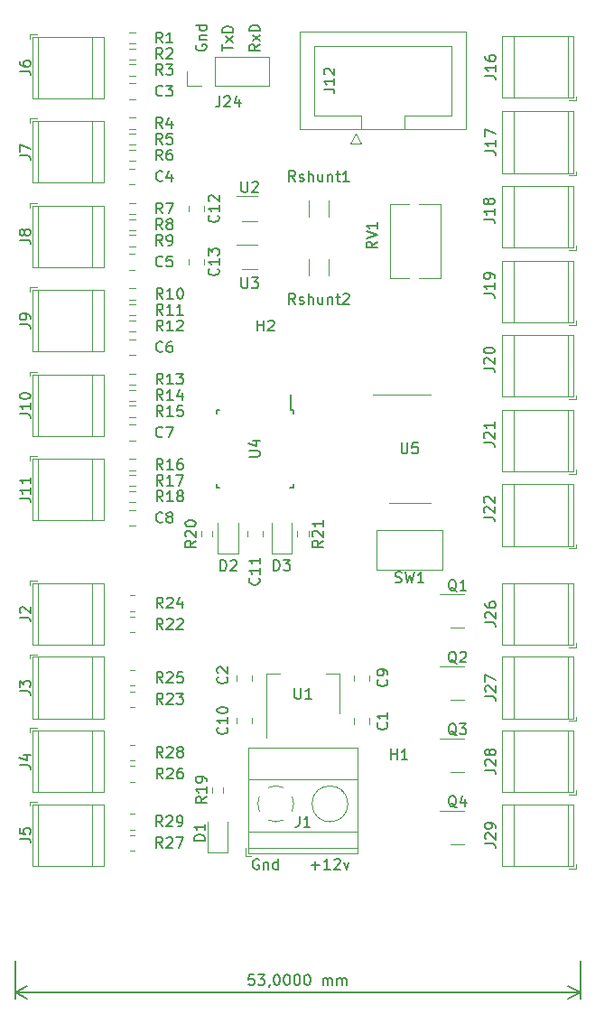
<source format=gbr>
%TF.GenerationSoftware,KiCad,Pcbnew,6.0.8-f2edbf62ab~116~ubuntu20.04.1*%
%TF.CreationDate,2022-10-06T23:30:32+02:00*%
%TF.ProjectId,mc unit,6d632075-6e69-4742-9e6b-696361645f70,rev?*%
%TF.SameCoordinates,Original*%
%TF.FileFunction,Legend,Top*%
%TF.FilePolarity,Positive*%
%FSLAX46Y46*%
G04 Gerber Fmt 4.6, Leading zero omitted, Abs format (unit mm)*
G04 Created by KiCad (PCBNEW 6.0.8-f2edbf62ab~116~ubuntu20.04.1) date 2022-10-06 23:30:32*
%MOMM*%
%LPD*%
G01*
G04 APERTURE LIST*
%ADD10C,0.150000*%
%ADD11C,0.120000*%
G04 APERTURE END LIST*
D10*
X57285714Y-184571428D02*
X58047619Y-184571428D01*
X57666666Y-184952380D02*
X57666666Y-184190476D01*
X59047619Y-184952380D02*
X58476190Y-184952380D01*
X58761904Y-184952380D02*
X58761904Y-183952380D01*
X58666666Y-184095238D01*
X58571428Y-184190476D01*
X58476190Y-184238095D01*
X59428571Y-184047619D02*
X59476190Y-184000000D01*
X59571428Y-183952380D01*
X59809523Y-183952380D01*
X59904761Y-184000000D01*
X59952380Y-184047619D01*
X60000000Y-184142857D01*
X60000000Y-184238095D01*
X59952380Y-184380952D01*
X59380952Y-184952380D01*
X60000000Y-184952380D01*
X60333333Y-184285714D02*
X60571428Y-184952380D01*
X60809523Y-184285714D01*
X48952380Y-108190476D02*
X48952380Y-107619047D01*
X49952380Y-107904761D02*
X48952380Y-107904761D01*
X49952380Y-107380952D02*
X49285714Y-106857142D01*
X49285714Y-107380952D02*
X49952380Y-106857142D01*
X49952380Y-106476190D02*
X48952380Y-106476190D01*
X48952380Y-106238095D01*
X49000000Y-106095238D01*
X49095238Y-106000000D01*
X49190476Y-105952380D01*
X49380952Y-105904761D01*
X49523809Y-105904761D01*
X49714285Y-105952380D01*
X49809523Y-106000000D01*
X49904761Y-106095238D01*
X49952380Y-106238095D01*
X49952380Y-106476190D01*
X52482380Y-107595238D02*
X52006190Y-107928571D01*
X52482380Y-108166666D02*
X51482380Y-108166666D01*
X51482380Y-107785714D01*
X51530000Y-107690476D01*
X51577619Y-107642857D01*
X51672857Y-107595238D01*
X51815714Y-107595238D01*
X51910952Y-107642857D01*
X51958571Y-107690476D01*
X52006190Y-107785714D01*
X52006190Y-108166666D01*
X52482380Y-107261904D02*
X51815714Y-106738095D01*
X51815714Y-107261904D02*
X52482380Y-106738095D01*
X52482380Y-106357142D02*
X51482380Y-106357142D01*
X51482380Y-106119047D01*
X51530000Y-105976190D01*
X51625238Y-105880952D01*
X51720476Y-105833333D01*
X51910952Y-105785714D01*
X52053809Y-105785714D01*
X52244285Y-105833333D01*
X52339523Y-105880952D01*
X52434761Y-105976190D01*
X52482380Y-106119047D01*
X52482380Y-106357142D01*
X52357142Y-184000000D02*
X52261904Y-183952380D01*
X52119047Y-183952380D01*
X51976190Y-184000000D01*
X51880952Y-184095238D01*
X51833333Y-184190476D01*
X51785714Y-184380952D01*
X51785714Y-184523809D01*
X51833333Y-184714285D01*
X51880952Y-184809523D01*
X51976190Y-184904761D01*
X52119047Y-184952380D01*
X52214285Y-184952380D01*
X52357142Y-184904761D01*
X52404761Y-184857142D01*
X52404761Y-184523809D01*
X52214285Y-184523809D01*
X52833333Y-184285714D02*
X52833333Y-184952380D01*
X52833333Y-184380952D02*
X52880952Y-184333333D01*
X52976190Y-184285714D01*
X53119047Y-184285714D01*
X53214285Y-184333333D01*
X53261904Y-184428571D01*
X53261904Y-184952380D01*
X54166666Y-184952380D02*
X54166666Y-183952380D01*
X54166666Y-184904761D02*
X54071428Y-184952380D01*
X53880952Y-184952380D01*
X53785714Y-184904761D01*
X53738095Y-184857142D01*
X53690476Y-184761904D01*
X53690476Y-184476190D01*
X53738095Y-184380952D01*
X53785714Y-184333333D01*
X53880952Y-184285714D01*
X54071428Y-184285714D01*
X54166666Y-184333333D01*
X46500000Y-107642857D02*
X46452380Y-107738095D01*
X46452380Y-107880952D01*
X46500000Y-108023809D01*
X46595238Y-108119047D01*
X46690476Y-108166666D01*
X46880952Y-108214285D01*
X47023809Y-108214285D01*
X47214285Y-108166666D01*
X47309523Y-108119047D01*
X47404761Y-108023809D01*
X47452380Y-107880952D01*
X47452380Y-107785714D01*
X47404761Y-107642857D01*
X47357142Y-107595238D01*
X47023809Y-107595238D01*
X47023809Y-107785714D01*
X46785714Y-107166666D02*
X47452380Y-107166666D01*
X46880952Y-107166666D02*
X46833333Y-107119047D01*
X46785714Y-107023809D01*
X46785714Y-106880952D01*
X46833333Y-106785714D01*
X46928571Y-106738095D01*
X47452380Y-106738095D01*
X47452380Y-105833333D02*
X46452380Y-105833333D01*
X47404761Y-105833333D02*
X47452380Y-105928571D01*
X47452380Y-106119047D01*
X47404761Y-106214285D01*
X47357142Y-106261904D01*
X47261904Y-106309523D01*
X46976190Y-106309523D01*
X46880952Y-106261904D01*
X46833333Y-106214285D01*
X46785714Y-106119047D01*
X46785714Y-105928571D01*
X46833333Y-105833333D01*
X51904761Y-194802380D02*
X51428571Y-194802380D01*
X51380952Y-195278571D01*
X51428571Y-195230952D01*
X51523809Y-195183333D01*
X51761904Y-195183333D01*
X51857142Y-195230952D01*
X51904761Y-195278571D01*
X51952380Y-195373809D01*
X51952380Y-195611904D01*
X51904761Y-195707142D01*
X51857142Y-195754761D01*
X51761904Y-195802380D01*
X51523809Y-195802380D01*
X51428571Y-195754761D01*
X51380952Y-195707142D01*
X52285714Y-194802380D02*
X52904761Y-194802380D01*
X52571428Y-195183333D01*
X52714285Y-195183333D01*
X52809523Y-195230952D01*
X52857142Y-195278571D01*
X52904761Y-195373809D01*
X52904761Y-195611904D01*
X52857142Y-195707142D01*
X52809523Y-195754761D01*
X52714285Y-195802380D01*
X52428571Y-195802380D01*
X52333333Y-195754761D01*
X52285714Y-195707142D01*
X53380952Y-195754761D02*
X53380952Y-195802380D01*
X53333333Y-195897619D01*
X53285714Y-195945238D01*
X53999999Y-194802380D02*
X54095238Y-194802380D01*
X54190476Y-194850000D01*
X54238095Y-194897619D01*
X54285714Y-194992857D01*
X54333333Y-195183333D01*
X54333333Y-195421428D01*
X54285714Y-195611904D01*
X54238095Y-195707142D01*
X54190476Y-195754761D01*
X54095238Y-195802380D01*
X53999999Y-195802380D01*
X53904761Y-195754761D01*
X53857142Y-195707142D01*
X53809523Y-195611904D01*
X53761904Y-195421428D01*
X53761904Y-195183333D01*
X53809523Y-194992857D01*
X53857142Y-194897619D01*
X53904761Y-194850000D01*
X53999999Y-194802380D01*
X54952380Y-194802380D02*
X55047619Y-194802380D01*
X55142857Y-194850000D01*
X55190476Y-194897619D01*
X55238095Y-194992857D01*
X55285714Y-195183333D01*
X55285714Y-195421428D01*
X55238095Y-195611904D01*
X55190476Y-195707142D01*
X55142857Y-195754761D01*
X55047619Y-195802380D01*
X54952380Y-195802380D01*
X54857142Y-195754761D01*
X54809523Y-195707142D01*
X54761904Y-195611904D01*
X54714285Y-195421428D01*
X54714285Y-195183333D01*
X54761904Y-194992857D01*
X54809523Y-194897619D01*
X54857142Y-194850000D01*
X54952380Y-194802380D01*
X55904761Y-194802380D02*
X55999999Y-194802380D01*
X56095238Y-194850000D01*
X56142857Y-194897619D01*
X56190476Y-194992857D01*
X56238095Y-195183333D01*
X56238095Y-195421428D01*
X56190476Y-195611904D01*
X56142857Y-195707142D01*
X56095238Y-195754761D01*
X55999999Y-195802380D01*
X55904761Y-195802380D01*
X55809523Y-195754761D01*
X55761904Y-195707142D01*
X55714285Y-195611904D01*
X55666666Y-195421428D01*
X55666666Y-195183333D01*
X55714285Y-194992857D01*
X55761904Y-194897619D01*
X55809523Y-194850000D01*
X55904761Y-194802380D01*
X56857142Y-194802380D02*
X56952380Y-194802380D01*
X57047619Y-194850000D01*
X57095238Y-194897619D01*
X57142857Y-194992857D01*
X57190476Y-195183333D01*
X57190476Y-195421428D01*
X57142857Y-195611904D01*
X57095238Y-195707142D01*
X57047619Y-195754761D01*
X56952380Y-195802380D01*
X56857142Y-195802380D01*
X56761904Y-195754761D01*
X56714285Y-195707142D01*
X56666666Y-195611904D01*
X56619047Y-195421428D01*
X56619047Y-195183333D01*
X56666666Y-194992857D01*
X56714285Y-194897619D01*
X56761904Y-194850000D01*
X56857142Y-194802380D01*
X58380952Y-195802380D02*
X58380952Y-195135714D01*
X58380952Y-195230952D02*
X58428571Y-195183333D01*
X58523809Y-195135714D01*
X58666666Y-195135714D01*
X58761904Y-195183333D01*
X58809523Y-195278571D01*
X58809523Y-195802380D01*
X58809523Y-195278571D02*
X58857142Y-195183333D01*
X58952380Y-195135714D01*
X59095238Y-195135714D01*
X59190476Y-195183333D01*
X59238095Y-195278571D01*
X59238095Y-195802380D01*
X59714285Y-195802380D02*
X59714285Y-195135714D01*
X59714285Y-195230952D02*
X59761904Y-195183333D01*
X59857142Y-195135714D01*
X60000000Y-195135714D01*
X60095238Y-195183333D01*
X60142857Y-195278571D01*
X60142857Y-195802380D01*
X60142857Y-195278571D02*
X60190476Y-195183333D01*
X60285714Y-195135714D01*
X60428571Y-195135714D01*
X60523809Y-195183333D01*
X60571428Y-195278571D01*
X60571428Y-195802380D01*
X29500000Y-193500000D02*
X29500000Y-197086420D01*
X82500000Y-193500000D02*
X82500000Y-197086420D01*
X29500000Y-196500000D02*
X82500000Y-196500000D01*
X29500000Y-196500000D02*
X82500000Y-196500000D01*
X29500000Y-196500000D02*
X30626504Y-197086421D01*
X29500000Y-196500000D02*
X30626504Y-195913579D01*
X82500000Y-196500000D02*
X81373496Y-195913579D01*
X82500000Y-196500000D02*
X81373496Y-197086421D01*
%TO.C,J29*%
X73582380Y-182539523D02*
X74296666Y-182539523D01*
X74439523Y-182587142D01*
X74534761Y-182682380D01*
X74582380Y-182825238D01*
X74582380Y-182920476D01*
X73677619Y-182110952D02*
X73630000Y-182063333D01*
X73582380Y-181968095D01*
X73582380Y-181730000D01*
X73630000Y-181634761D01*
X73677619Y-181587142D01*
X73772857Y-181539523D01*
X73868095Y-181539523D01*
X74010952Y-181587142D01*
X74582380Y-182158571D01*
X74582380Y-181539523D01*
X74582380Y-181063333D02*
X74582380Y-180872857D01*
X74534761Y-180777619D01*
X74487142Y-180730000D01*
X74344285Y-180634761D01*
X74153809Y-180587142D01*
X73772857Y-180587142D01*
X73677619Y-180634761D01*
X73630000Y-180682380D01*
X73582380Y-180777619D01*
X73582380Y-180968095D01*
X73630000Y-181063333D01*
X73677619Y-181110952D01*
X73772857Y-181158571D01*
X74010952Y-181158571D01*
X74106190Y-181110952D01*
X74153809Y-181063333D01*
X74201428Y-180968095D01*
X74201428Y-180777619D01*
X74153809Y-180682380D01*
X74106190Y-180634761D01*
X74010952Y-180587142D01*
%TO.C,Q3*%
X70904761Y-172390919D02*
X70809523Y-172343300D01*
X70714285Y-172248061D01*
X70571428Y-172105204D01*
X70476190Y-172057585D01*
X70380952Y-172057585D01*
X70428571Y-172295680D02*
X70333333Y-172248061D01*
X70238095Y-172152823D01*
X70190476Y-171962347D01*
X70190476Y-171629014D01*
X70238095Y-171438538D01*
X70333333Y-171343300D01*
X70428571Y-171295680D01*
X70619047Y-171295680D01*
X70714285Y-171343300D01*
X70809523Y-171438538D01*
X70857142Y-171629014D01*
X70857142Y-171962347D01*
X70809523Y-172152823D01*
X70714285Y-172248061D01*
X70619047Y-172295680D01*
X70428571Y-172295680D01*
X71190476Y-171295680D02*
X71809523Y-171295680D01*
X71476190Y-171676633D01*
X71619047Y-171676633D01*
X71714285Y-171724252D01*
X71761904Y-171771871D01*
X71809523Y-171867109D01*
X71809523Y-172105204D01*
X71761904Y-172200442D01*
X71714285Y-172248061D01*
X71619047Y-172295680D01*
X71333333Y-172295680D01*
X71238095Y-172248061D01*
X71190476Y-172200442D01*
%TO.C,Q4*%
X70904761Y-179147619D02*
X70809523Y-179100000D01*
X70714285Y-179004761D01*
X70571428Y-178861904D01*
X70476190Y-178814285D01*
X70380952Y-178814285D01*
X70428571Y-179052380D02*
X70333333Y-179004761D01*
X70238095Y-178909523D01*
X70190476Y-178719047D01*
X70190476Y-178385714D01*
X70238095Y-178195238D01*
X70333333Y-178100000D01*
X70428571Y-178052380D01*
X70619047Y-178052380D01*
X70714285Y-178100000D01*
X70809523Y-178195238D01*
X70857142Y-178385714D01*
X70857142Y-178719047D01*
X70809523Y-178909523D01*
X70714285Y-179004761D01*
X70619047Y-179052380D01*
X70428571Y-179052380D01*
X71714285Y-178385714D02*
X71714285Y-179052380D01*
X71476190Y-178004761D02*
X71238095Y-178719047D01*
X71857142Y-178719047D01*
%TO.C,C8*%
X43333333Y-152357142D02*
X43285714Y-152404761D01*
X43142857Y-152452380D01*
X43047619Y-152452380D01*
X42904761Y-152404761D01*
X42809523Y-152309523D01*
X42761904Y-152214285D01*
X42714285Y-152023809D01*
X42714285Y-151880952D01*
X42761904Y-151690476D01*
X42809523Y-151595238D01*
X42904761Y-151500000D01*
X43047619Y-151452380D01*
X43142857Y-151452380D01*
X43285714Y-151500000D01*
X43333333Y-151547619D01*
X43904761Y-151880952D02*
X43809523Y-151833333D01*
X43761904Y-151785714D01*
X43714285Y-151690476D01*
X43714285Y-151642857D01*
X43761904Y-151547619D01*
X43809523Y-151500000D01*
X43904761Y-151452380D01*
X44095238Y-151452380D01*
X44190476Y-151500000D01*
X44238095Y-151547619D01*
X44285714Y-151642857D01*
X44285714Y-151690476D01*
X44238095Y-151785714D01*
X44190476Y-151833333D01*
X44095238Y-151880952D01*
X43904761Y-151880952D01*
X43809523Y-151928571D01*
X43761904Y-151976190D01*
X43714285Y-152071428D01*
X43714285Y-152261904D01*
X43761904Y-152357142D01*
X43809523Y-152404761D01*
X43904761Y-152452380D01*
X44095238Y-152452380D01*
X44190476Y-152404761D01*
X44238095Y-152357142D01*
X44285714Y-152261904D01*
X44285714Y-152071428D01*
X44238095Y-151976190D01*
X44190476Y-151928571D01*
X44095238Y-151880952D01*
%TO.C,C6*%
X43333333Y-136357142D02*
X43285714Y-136404761D01*
X43142857Y-136452380D01*
X43047619Y-136452380D01*
X42904761Y-136404761D01*
X42809523Y-136309523D01*
X42761904Y-136214285D01*
X42714285Y-136023809D01*
X42714285Y-135880952D01*
X42761904Y-135690476D01*
X42809523Y-135595238D01*
X42904761Y-135500000D01*
X43047619Y-135452380D01*
X43142857Y-135452380D01*
X43285714Y-135500000D01*
X43333333Y-135547619D01*
X44190476Y-135452380D02*
X44000000Y-135452380D01*
X43904761Y-135500000D01*
X43857142Y-135547619D01*
X43761904Y-135690476D01*
X43714285Y-135880952D01*
X43714285Y-136261904D01*
X43761904Y-136357142D01*
X43809523Y-136404761D01*
X43904761Y-136452380D01*
X44095238Y-136452380D01*
X44190476Y-136404761D01*
X44238095Y-136357142D01*
X44285714Y-136261904D01*
X44285714Y-136023809D01*
X44238095Y-135928571D01*
X44190476Y-135880952D01*
X44095238Y-135833333D01*
X43904761Y-135833333D01*
X43809523Y-135880952D01*
X43761904Y-135928571D01*
X43714285Y-136023809D01*
%TO.C,J1*%
X56166666Y-179952380D02*
X56166666Y-180666666D01*
X56119047Y-180809523D01*
X56023809Y-180904761D01*
X55880952Y-180952380D01*
X55785714Y-180952380D01*
X57166666Y-180952380D02*
X56595238Y-180952380D01*
X56880952Y-180952380D02*
X56880952Y-179952380D01*
X56785714Y-180095238D01*
X56690476Y-180190476D01*
X56595238Y-180238095D01*
%TO.C,J8*%
X29952380Y-125932233D02*
X30666666Y-125932233D01*
X30809523Y-125979852D01*
X30904761Y-126075090D01*
X30952380Y-126217947D01*
X30952380Y-126313185D01*
X30380952Y-125313185D02*
X30333333Y-125408423D01*
X30285714Y-125456042D01*
X30190476Y-125503661D01*
X30142857Y-125503661D01*
X30047619Y-125456042D01*
X30000000Y-125408423D01*
X29952380Y-125313185D01*
X29952380Y-125122709D01*
X30000000Y-125027471D01*
X30047619Y-124979852D01*
X30142857Y-124932233D01*
X30190476Y-124932233D01*
X30285714Y-124979852D01*
X30333333Y-125027471D01*
X30380952Y-125122709D01*
X30380952Y-125313185D01*
X30428571Y-125408423D01*
X30476190Y-125456042D01*
X30571428Y-125503661D01*
X30761904Y-125503661D01*
X30857142Y-125456042D01*
X30904761Y-125408423D01*
X30952380Y-125313185D01*
X30952380Y-125122709D01*
X30904761Y-125027471D01*
X30857142Y-124979852D01*
X30761904Y-124932233D01*
X30571428Y-124932233D01*
X30476190Y-124979852D01*
X30428571Y-125027471D01*
X30380952Y-125122709D01*
%TO.C,D1*%
X47302380Y-182238095D02*
X46302380Y-182238095D01*
X46302380Y-182000000D01*
X46350000Y-181857142D01*
X46445238Y-181761904D01*
X46540476Y-181714285D01*
X46730952Y-181666666D01*
X46873809Y-181666666D01*
X47064285Y-181714285D01*
X47159523Y-181761904D01*
X47254761Y-181857142D01*
X47302380Y-182000000D01*
X47302380Y-182238095D01*
X47302380Y-180714285D02*
X47302380Y-181285714D01*
X47302380Y-181000000D02*
X46302380Y-181000000D01*
X46445238Y-181095238D01*
X46540476Y-181190476D01*
X46588095Y-181285714D01*
%TO.C,RV1*%
X63452380Y-126095238D02*
X62976190Y-126428571D01*
X63452380Y-126666666D02*
X62452380Y-126666666D01*
X62452380Y-126285714D01*
X62500000Y-126190476D01*
X62547619Y-126142857D01*
X62642857Y-126095238D01*
X62785714Y-126095238D01*
X62880952Y-126142857D01*
X62928571Y-126190476D01*
X62976190Y-126285714D01*
X62976190Y-126666666D01*
X62452380Y-125809523D02*
X63452380Y-125476190D01*
X62452380Y-125142857D01*
X63452380Y-124285714D02*
X63452380Y-124857142D01*
X63452380Y-124571428D02*
X62452380Y-124571428D01*
X62595238Y-124666666D01*
X62690476Y-124761904D01*
X62738095Y-124857142D01*
%TO.C,R2*%
X43333333Y-108952380D02*
X43000000Y-108476190D01*
X42761904Y-108952380D02*
X42761904Y-107952380D01*
X43142857Y-107952380D01*
X43238095Y-108000000D01*
X43285714Y-108047619D01*
X43333333Y-108142857D01*
X43333333Y-108285714D01*
X43285714Y-108380952D01*
X43238095Y-108428571D01*
X43142857Y-108476190D01*
X42761904Y-108476190D01*
X43714285Y-108047619D02*
X43761904Y-108000000D01*
X43857142Y-107952380D01*
X44095238Y-107952380D01*
X44190476Y-108000000D01*
X44238095Y-108047619D01*
X44285714Y-108142857D01*
X44285714Y-108238095D01*
X44238095Y-108380952D01*
X43666666Y-108952380D01*
X44285714Y-108952380D01*
%TO.C,R27*%
X43332142Y-182927380D02*
X42998809Y-182451190D01*
X42760714Y-182927380D02*
X42760714Y-181927380D01*
X43141666Y-181927380D01*
X43236904Y-181975000D01*
X43284523Y-182022619D01*
X43332142Y-182117857D01*
X43332142Y-182260714D01*
X43284523Y-182355952D01*
X43236904Y-182403571D01*
X43141666Y-182451190D01*
X42760714Y-182451190D01*
X43713095Y-182022619D02*
X43760714Y-181975000D01*
X43855952Y-181927380D01*
X44094047Y-181927380D01*
X44189285Y-181975000D01*
X44236904Y-182022619D01*
X44284523Y-182117857D01*
X44284523Y-182213095D01*
X44236904Y-182355952D01*
X43665476Y-182927380D01*
X44284523Y-182927380D01*
X44617857Y-181927380D02*
X45284523Y-181927380D01*
X44855952Y-182927380D01*
%TO.C,U5*%
X65738095Y-144952380D02*
X65738095Y-145761904D01*
X65785714Y-145857142D01*
X65833333Y-145904761D01*
X65928571Y-145952380D01*
X66119047Y-145952380D01*
X66214285Y-145904761D01*
X66261904Y-145857142D01*
X66309523Y-145761904D01*
X66309523Y-144952380D01*
X67261904Y-144952380D02*
X66785714Y-144952380D01*
X66738095Y-145428571D01*
X66785714Y-145380952D01*
X66880952Y-145333333D01*
X67119047Y-145333333D01*
X67214285Y-145380952D01*
X67261904Y-145428571D01*
X67309523Y-145523809D01*
X67309523Y-145761904D01*
X67261904Y-145857142D01*
X67214285Y-145904761D01*
X67119047Y-145952380D01*
X66880952Y-145952380D01*
X66785714Y-145904761D01*
X66738095Y-145857142D01*
%TO.C,J4*%
X29952380Y-175153333D02*
X30666666Y-175153333D01*
X30809523Y-175200952D01*
X30904761Y-175296190D01*
X30952380Y-175439047D01*
X30952380Y-175534285D01*
X30285714Y-174248571D02*
X30952380Y-174248571D01*
X29904761Y-174486666D02*
X30619047Y-174724761D01*
X30619047Y-174105714D01*
%TO.C,R9*%
X43333333Y-126452380D02*
X43000000Y-125976190D01*
X42761904Y-126452380D02*
X42761904Y-125452380D01*
X43142857Y-125452380D01*
X43238095Y-125500000D01*
X43285714Y-125547619D01*
X43333333Y-125642857D01*
X43333333Y-125785714D01*
X43285714Y-125880952D01*
X43238095Y-125928571D01*
X43142857Y-125976190D01*
X42761904Y-125976190D01*
X43809523Y-126452380D02*
X44000000Y-126452380D01*
X44095238Y-126404761D01*
X44142857Y-126357142D01*
X44238095Y-126214285D01*
X44285714Y-126023809D01*
X44285714Y-125642857D01*
X44238095Y-125547619D01*
X44190476Y-125500000D01*
X44095238Y-125452380D01*
X43904761Y-125452380D01*
X43809523Y-125500000D01*
X43761904Y-125547619D01*
X43714285Y-125642857D01*
X43714285Y-125880952D01*
X43761904Y-125976190D01*
X43809523Y-126023809D01*
X43904761Y-126071428D01*
X44095238Y-126071428D01*
X44190476Y-126023809D01*
X44238095Y-125976190D01*
X44285714Y-125880952D01*
%TO.C,R23*%
X43357142Y-169452380D02*
X43023809Y-168976190D01*
X42785714Y-169452380D02*
X42785714Y-168452380D01*
X43166666Y-168452380D01*
X43261904Y-168500000D01*
X43309523Y-168547619D01*
X43357142Y-168642857D01*
X43357142Y-168785714D01*
X43309523Y-168880952D01*
X43261904Y-168928571D01*
X43166666Y-168976190D01*
X42785714Y-168976190D01*
X43738095Y-168547619D02*
X43785714Y-168500000D01*
X43880952Y-168452380D01*
X44119047Y-168452380D01*
X44214285Y-168500000D01*
X44261904Y-168547619D01*
X44309523Y-168642857D01*
X44309523Y-168738095D01*
X44261904Y-168880952D01*
X43690476Y-169452380D01*
X44309523Y-169452380D01*
X44642857Y-168452380D02*
X45261904Y-168452380D01*
X44928571Y-168833333D01*
X45071428Y-168833333D01*
X45166666Y-168880952D01*
X45214285Y-168928571D01*
X45261904Y-169023809D01*
X45261904Y-169261904D01*
X45214285Y-169357142D01*
X45166666Y-169404761D01*
X45071428Y-169452380D01*
X44785714Y-169452380D01*
X44690476Y-169404761D01*
X44642857Y-169357142D01*
%TO.C,R14*%
X43357142Y-140952380D02*
X43023809Y-140476190D01*
X42785714Y-140952380D02*
X42785714Y-139952380D01*
X43166666Y-139952380D01*
X43261904Y-140000000D01*
X43309523Y-140047619D01*
X43357142Y-140142857D01*
X43357142Y-140285714D01*
X43309523Y-140380952D01*
X43261904Y-140428571D01*
X43166666Y-140476190D01*
X42785714Y-140476190D01*
X44309523Y-140952380D02*
X43738095Y-140952380D01*
X44023809Y-140952380D02*
X44023809Y-139952380D01*
X43928571Y-140095238D01*
X43833333Y-140190476D01*
X43738095Y-140238095D01*
X45166666Y-140285714D02*
X45166666Y-140952380D01*
X44928571Y-139904761D02*
X44690476Y-140619047D01*
X45309523Y-140619047D01*
%TO.C,C11*%
X52357142Y-157642857D02*
X52404761Y-157690476D01*
X52452380Y-157833333D01*
X52452380Y-157928571D01*
X52404761Y-158071428D01*
X52309523Y-158166666D01*
X52214285Y-158214285D01*
X52023809Y-158261904D01*
X51880952Y-158261904D01*
X51690476Y-158214285D01*
X51595238Y-158166666D01*
X51500000Y-158071428D01*
X51452380Y-157928571D01*
X51452380Y-157833333D01*
X51500000Y-157690476D01*
X51547619Y-157642857D01*
X52452380Y-156690476D02*
X52452380Y-157261904D01*
X52452380Y-156976190D02*
X51452380Y-156976190D01*
X51595238Y-157071428D01*
X51690476Y-157166666D01*
X51738095Y-157261904D01*
X52452380Y-155738095D02*
X52452380Y-156309523D01*
X52452380Y-156023809D02*
X51452380Y-156023809D01*
X51595238Y-156119047D01*
X51690476Y-156214285D01*
X51738095Y-156309523D01*
%TO.C,R6*%
X43333333Y-118452380D02*
X43000000Y-117976190D01*
X42761904Y-118452380D02*
X42761904Y-117452380D01*
X43142857Y-117452380D01*
X43238095Y-117500000D01*
X43285714Y-117547619D01*
X43333333Y-117642857D01*
X43333333Y-117785714D01*
X43285714Y-117880952D01*
X43238095Y-117928571D01*
X43142857Y-117976190D01*
X42761904Y-117976190D01*
X44190476Y-117452380D02*
X44000000Y-117452380D01*
X43904761Y-117500000D01*
X43857142Y-117547619D01*
X43761904Y-117690476D01*
X43714285Y-117880952D01*
X43714285Y-118261904D01*
X43761904Y-118357142D01*
X43809523Y-118404761D01*
X43904761Y-118452380D01*
X44095238Y-118452380D01*
X44190476Y-118404761D01*
X44238095Y-118357142D01*
X44285714Y-118261904D01*
X44285714Y-118023809D01*
X44238095Y-117928571D01*
X44190476Y-117880952D01*
X44095238Y-117833333D01*
X43904761Y-117833333D01*
X43809523Y-117880952D01*
X43761904Y-117928571D01*
X43714285Y-118023809D01*
%TO.C,J12*%
X58452380Y-111792023D02*
X59166666Y-111792023D01*
X59309523Y-111839642D01*
X59404761Y-111934880D01*
X59452380Y-112077738D01*
X59452380Y-112172976D01*
X59452380Y-110792023D02*
X59452380Y-111363452D01*
X59452380Y-111077738D02*
X58452380Y-111077738D01*
X58595238Y-111172976D01*
X58690476Y-111268214D01*
X58738095Y-111363452D01*
X58547619Y-110411071D02*
X58500000Y-110363452D01*
X58452380Y-110268214D01*
X58452380Y-110030119D01*
X58500000Y-109934880D01*
X58547619Y-109887261D01*
X58642857Y-109839642D01*
X58738095Y-109839642D01*
X58880952Y-109887261D01*
X59452380Y-110458690D01*
X59452380Y-109839642D01*
%TO.C,J10*%
X29952380Y-142237323D02*
X30666666Y-142237323D01*
X30809523Y-142284942D01*
X30904761Y-142380180D01*
X30952380Y-142523038D01*
X30952380Y-142618276D01*
X30952380Y-141237323D02*
X30952380Y-141808752D01*
X30952380Y-141523038D02*
X29952380Y-141523038D01*
X30095238Y-141618276D01*
X30190476Y-141713514D01*
X30238095Y-141808752D01*
X29952380Y-140618276D02*
X29952380Y-140523038D01*
X30000000Y-140427800D01*
X30047619Y-140380180D01*
X30142857Y-140332561D01*
X30333333Y-140284942D01*
X30571428Y-140284942D01*
X30761904Y-140332561D01*
X30857142Y-140380180D01*
X30904761Y-140427800D01*
X30952380Y-140523038D01*
X30952380Y-140618276D01*
X30904761Y-140713514D01*
X30857142Y-140761133D01*
X30761904Y-140808752D01*
X30571428Y-140856371D01*
X30333333Y-140856371D01*
X30142857Y-140808752D01*
X30047619Y-140761133D01*
X30000000Y-140713514D01*
X29952380Y-140618276D01*
%TO.C,J9*%
X29952380Y-133846633D02*
X30666666Y-133846633D01*
X30809523Y-133894252D01*
X30904761Y-133989490D01*
X30952380Y-134132347D01*
X30952380Y-134227585D01*
X30952380Y-133322823D02*
X30952380Y-133132347D01*
X30904761Y-133037109D01*
X30857142Y-132989490D01*
X30714285Y-132894252D01*
X30523809Y-132846633D01*
X30142857Y-132846633D01*
X30047619Y-132894252D01*
X30000000Y-132941871D01*
X29952380Y-133037109D01*
X29952380Y-133227585D01*
X30000000Y-133322823D01*
X30047619Y-133370442D01*
X30142857Y-133418061D01*
X30380952Y-133418061D01*
X30476190Y-133370442D01*
X30523809Y-133322823D01*
X30571428Y-133227585D01*
X30571428Y-133037109D01*
X30523809Y-132941871D01*
X30476190Y-132894252D01*
X30380952Y-132846633D01*
%TO.C,R17*%
X43357142Y-148952380D02*
X43023809Y-148476190D01*
X42785714Y-148952380D02*
X42785714Y-147952380D01*
X43166666Y-147952380D01*
X43261904Y-148000000D01*
X43309523Y-148047619D01*
X43357142Y-148142857D01*
X43357142Y-148285714D01*
X43309523Y-148380952D01*
X43261904Y-148428571D01*
X43166666Y-148476190D01*
X42785714Y-148476190D01*
X44309523Y-148952380D02*
X43738095Y-148952380D01*
X44023809Y-148952380D02*
X44023809Y-147952380D01*
X43928571Y-148095238D01*
X43833333Y-148190476D01*
X43738095Y-148238095D01*
X44642857Y-147952380D02*
X45309523Y-147952380D01*
X44880952Y-148952380D01*
%TO.C,J6*%
X29952380Y-110103333D02*
X30666666Y-110103333D01*
X30809523Y-110150952D01*
X30904761Y-110246190D01*
X30952380Y-110389047D01*
X30952380Y-110484285D01*
X29952380Y-109198571D02*
X29952380Y-109389047D01*
X30000000Y-109484285D01*
X30047619Y-109531904D01*
X30190476Y-109627142D01*
X30380952Y-109674761D01*
X30761904Y-109674761D01*
X30857142Y-109627142D01*
X30904761Y-109579523D01*
X30952380Y-109484285D01*
X30952380Y-109293809D01*
X30904761Y-109198571D01*
X30857142Y-109150952D01*
X30761904Y-109103333D01*
X30523809Y-109103333D01*
X30428571Y-109150952D01*
X30380952Y-109198571D01*
X30333333Y-109293809D01*
X30333333Y-109484285D01*
X30380952Y-109579523D01*
X30428571Y-109627142D01*
X30523809Y-109674761D01*
%TO.C,C5*%
X43333333Y-128357142D02*
X43285714Y-128404761D01*
X43142857Y-128452380D01*
X43047619Y-128452380D01*
X42904761Y-128404761D01*
X42809523Y-128309523D01*
X42761904Y-128214285D01*
X42714285Y-128023809D01*
X42714285Y-127880952D01*
X42761904Y-127690476D01*
X42809523Y-127595238D01*
X42904761Y-127500000D01*
X43047619Y-127452380D01*
X43142857Y-127452380D01*
X43285714Y-127500000D01*
X43333333Y-127547619D01*
X44238095Y-127452380D02*
X43761904Y-127452380D01*
X43714285Y-127928571D01*
X43761904Y-127880952D01*
X43857142Y-127833333D01*
X44095238Y-127833333D01*
X44190476Y-127880952D01*
X44238095Y-127928571D01*
X44285714Y-128023809D01*
X44285714Y-128261904D01*
X44238095Y-128357142D01*
X44190476Y-128404761D01*
X44095238Y-128452380D01*
X43857142Y-128452380D01*
X43761904Y-128404761D01*
X43714285Y-128357142D01*
%TO.C,J27*%
X73582380Y-168719523D02*
X74296666Y-168719523D01*
X74439523Y-168767142D01*
X74534761Y-168862380D01*
X74582380Y-169005238D01*
X74582380Y-169100476D01*
X73677619Y-168290952D02*
X73630000Y-168243333D01*
X73582380Y-168148095D01*
X73582380Y-167910000D01*
X73630000Y-167814761D01*
X73677619Y-167767142D01*
X73772857Y-167719523D01*
X73868095Y-167719523D01*
X74010952Y-167767142D01*
X74582380Y-168338571D01*
X74582380Y-167719523D01*
X73582380Y-167386190D02*
X73582380Y-166719523D01*
X74582380Y-167148095D01*
%TO.C,C1*%
X64357142Y-171204166D02*
X64404761Y-171251785D01*
X64452380Y-171394642D01*
X64452380Y-171489880D01*
X64404761Y-171632738D01*
X64309523Y-171727976D01*
X64214285Y-171775595D01*
X64023809Y-171823214D01*
X63880952Y-171823214D01*
X63690476Y-171775595D01*
X63595238Y-171727976D01*
X63500000Y-171632738D01*
X63452380Y-171489880D01*
X63452380Y-171394642D01*
X63500000Y-171251785D01*
X63547619Y-171204166D01*
X64452380Y-170251785D02*
X64452380Y-170823214D01*
X64452380Y-170537500D02*
X63452380Y-170537500D01*
X63595238Y-170632738D01*
X63690476Y-170727976D01*
X63738095Y-170823214D01*
%TO.C,R8*%
X43333333Y-124952380D02*
X43000000Y-124476190D01*
X42761904Y-124952380D02*
X42761904Y-123952380D01*
X43142857Y-123952380D01*
X43238095Y-124000000D01*
X43285714Y-124047619D01*
X43333333Y-124142857D01*
X43333333Y-124285714D01*
X43285714Y-124380952D01*
X43238095Y-124428571D01*
X43142857Y-124476190D01*
X42761904Y-124476190D01*
X43904761Y-124380952D02*
X43809523Y-124333333D01*
X43761904Y-124285714D01*
X43714285Y-124190476D01*
X43714285Y-124142857D01*
X43761904Y-124047619D01*
X43809523Y-124000000D01*
X43904761Y-123952380D01*
X44095238Y-123952380D01*
X44190476Y-124000000D01*
X44238095Y-124047619D01*
X44285714Y-124142857D01*
X44285714Y-124190476D01*
X44238095Y-124285714D01*
X44190476Y-124333333D01*
X44095238Y-124380952D01*
X43904761Y-124380952D01*
X43809523Y-124428571D01*
X43761904Y-124476190D01*
X43714285Y-124571428D01*
X43714285Y-124761904D01*
X43761904Y-124857142D01*
X43809523Y-124904761D01*
X43904761Y-124952380D01*
X44095238Y-124952380D01*
X44190476Y-124904761D01*
X44238095Y-124857142D01*
X44285714Y-124761904D01*
X44285714Y-124571428D01*
X44238095Y-124476190D01*
X44190476Y-124428571D01*
X44095238Y-124380952D01*
%TO.C,R24*%
X43357142Y-160452380D02*
X43023809Y-159976190D01*
X42785714Y-160452380D02*
X42785714Y-159452380D01*
X43166666Y-159452380D01*
X43261904Y-159500000D01*
X43309523Y-159547619D01*
X43357142Y-159642857D01*
X43357142Y-159785714D01*
X43309523Y-159880952D01*
X43261904Y-159928571D01*
X43166666Y-159976190D01*
X42785714Y-159976190D01*
X43738095Y-159547619D02*
X43785714Y-159500000D01*
X43880952Y-159452380D01*
X44119047Y-159452380D01*
X44214285Y-159500000D01*
X44261904Y-159547619D01*
X44309523Y-159642857D01*
X44309523Y-159738095D01*
X44261904Y-159880952D01*
X43690476Y-160452380D01*
X44309523Y-160452380D01*
X45166666Y-159785714D02*
X45166666Y-160452380D01*
X44928571Y-159404761D02*
X44690476Y-160119047D01*
X45309523Y-160119047D01*
%TO.C,J17*%
X73582380Y-117579523D02*
X74296666Y-117579523D01*
X74439523Y-117627142D01*
X74534761Y-117722380D01*
X74582380Y-117865238D01*
X74582380Y-117960476D01*
X74582380Y-116579523D02*
X74582380Y-117150952D01*
X74582380Y-116865238D02*
X73582380Y-116865238D01*
X73725238Y-116960476D01*
X73820476Y-117055714D01*
X73868095Y-117150952D01*
X73582380Y-116246190D02*
X73582380Y-115579523D01*
X74582380Y-116008095D01*
%TO.C,J7*%
X29952380Y-118017733D02*
X30666666Y-118017733D01*
X30809523Y-118065352D01*
X30904761Y-118160590D01*
X30952380Y-118303447D01*
X30952380Y-118398685D01*
X29952380Y-117636780D02*
X29952380Y-116970114D01*
X30952380Y-117398685D01*
%TO.C,U4*%
X51452380Y-146261904D02*
X52261904Y-146261904D01*
X52357142Y-146214285D01*
X52404761Y-146166666D01*
X52452380Y-146071428D01*
X52452380Y-145880952D01*
X52404761Y-145785714D01*
X52357142Y-145738095D01*
X52261904Y-145690476D01*
X51452380Y-145690476D01*
X51785714Y-144785714D02*
X52452380Y-144785714D01*
X51404761Y-145023809D02*
X52119047Y-145261904D01*
X52119047Y-144642857D01*
%TO.C,R22*%
X43357142Y-162452380D02*
X43023809Y-161976190D01*
X42785714Y-162452380D02*
X42785714Y-161452380D01*
X43166666Y-161452380D01*
X43261904Y-161500000D01*
X43309523Y-161547619D01*
X43357142Y-161642857D01*
X43357142Y-161785714D01*
X43309523Y-161880952D01*
X43261904Y-161928571D01*
X43166666Y-161976190D01*
X42785714Y-161976190D01*
X43738095Y-161547619D02*
X43785714Y-161500000D01*
X43880952Y-161452380D01*
X44119047Y-161452380D01*
X44214285Y-161500000D01*
X44261904Y-161547619D01*
X44309523Y-161642857D01*
X44309523Y-161738095D01*
X44261904Y-161880952D01*
X43690476Y-162452380D01*
X44309523Y-162452380D01*
X44690476Y-161547619D02*
X44738095Y-161500000D01*
X44833333Y-161452380D01*
X45071428Y-161452380D01*
X45166666Y-161500000D01*
X45214285Y-161547619D01*
X45261904Y-161642857D01*
X45261904Y-161738095D01*
X45214285Y-161880952D01*
X44642857Y-162452380D01*
X45261904Y-162452380D01*
%TO.C,R20*%
X46452380Y-154142857D02*
X45976190Y-154476190D01*
X46452380Y-154714285D02*
X45452380Y-154714285D01*
X45452380Y-154333333D01*
X45500000Y-154238095D01*
X45547619Y-154190476D01*
X45642857Y-154142857D01*
X45785714Y-154142857D01*
X45880952Y-154190476D01*
X45928571Y-154238095D01*
X45976190Y-154333333D01*
X45976190Y-154714285D01*
X45547619Y-153761904D02*
X45500000Y-153714285D01*
X45452380Y-153619047D01*
X45452380Y-153380952D01*
X45500000Y-153285714D01*
X45547619Y-153238095D01*
X45642857Y-153190476D01*
X45738095Y-153190476D01*
X45880952Y-153238095D01*
X46452380Y-153809523D01*
X46452380Y-153190476D01*
X45452380Y-152571428D02*
X45452380Y-152476190D01*
X45500000Y-152380952D01*
X45547619Y-152333333D01*
X45642857Y-152285714D01*
X45833333Y-152238095D01*
X46071428Y-152238095D01*
X46261904Y-152285714D01*
X46357142Y-152333333D01*
X46404761Y-152380952D01*
X46452380Y-152476190D01*
X46452380Y-152571428D01*
X46404761Y-152666666D01*
X46357142Y-152714285D01*
X46261904Y-152761904D01*
X46071428Y-152809523D01*
X45833333Y-152809523D01*
X45642857Y-152761904D01*
X45547619Y-152714285D01*
X45500000Y-152666666D01*
X45452380Y-152571428D01*
%TO.C,R28*%
X43357142Y-174452380D02*
X43023809Y-173976190D01*
X42785714Y-174452380D02*
X42785714Y-173452380D01*
X43166666Y-173452380D01*
X43261904Y-173500000D01*
X43309523Y-173547619D01*
X43357142Y-173642857D01*
X43357142Y-173785714D01*
X43309523Y-173880952D01*
X43261904Y-173928571D01*
X43166666Y-173976190D01*
X42785714Y-173976190D01*
X43738095Y-173547619D02*
X43785714Y-173500000D01*
X43880952Y-173452380D01*
X44119047Y-173452380D01*
X44214285Y-173500000D01*
X44261904Y-173547619D01*
X44309523Y-173642857D01*
X44309523Y-173738095D01*
X44261904Y-173880952D01*
X43690476Y-174452380D01*
X44309523Y-174452380D01*
X44880952Y-173880952D02*
X44785714Y-173833333D01*
X44738095Y-173785714D01*
X44690476Y-173690476D01*
X44690476Y-173642857D01*
X44738095Y-173547619D01*
X44785714Y-173500000D01*
X44880952Y-173452380D01*
X45071428Y-173452380D01*
X45166666Y-173500000D01*
X45214285Y-173547619D01*
X45261904Y-173642857D01*
X45261904Y-173690476D01*
X45214285Y-173785714D01*
X45166666Y-173833333D01*
X45071428Y-173880952D01*
X44880952Y-173880952D01*
X44785714Y-173928571D01*
X44738095Y-173976190D01*
X44690476Y-174071428D01*
X44690476Y-174261904D01*
X44738095Y-174357142D01*
X44785714Y-174404761D01*
X44880952Y-174452380D01*
X45071428Y-174452380D01*
X45166666Y-174404761D01*
X45214285Y-174357142D01*
X45261904Y-174261904D01*
X45261904Y-174071428D01*
X45214285Y-173976190D01*
X45166666Y-173928571D01*
X45071428Y-173880952D01*
%TO.C,C3*%
X43333333Y-112357142D02*
X43285714Y-112404761D01*
X43142857Y-112452380D01*
X43047619Y-112452380D01*
X42904761Y-112404761D01*
X42809523Y-112309523D01*
X42761904Y-112214285D01*
X42714285Y-112023809D01*
X42714285Y-111880952D01*
X42761904Y-111690476D01*
X42809523Y-111595238D01*
X42904761Y-111500000D01*
X43047619Y-111452380D01*
X43142857Y-111452380D01*
X43285714Y-111500000D01*
X43333333Y-111547619D01*
X43666666Y-111452380D02*
X44285714Y-111452380D01*
X43952380Y-111833333D01*
X44095238Y-111833333D01*
X44190476Y-111880952D01*
X44238095Y-111928571D01*
X44285714Y-112023809D01*
X44285714Y-112261904D01*
X44238095Y-112357142D01*
X44190476Y-112404761D01*
X44095238Y-112452380D01*
X43809523Y-112452380D01*
X43714285Y-112404761D01*
X43666666Y-112357142D01*
%TO.C,D2*%
X48761904Y-156952380D02*
X48761904Y-155952380D01*
X49000000Y-155952380D01*
X49142857Y-156000000D01*
X49238095Y-156095238D01*
X49285714Y-156190476D01*
X49333333Y-156380952D01*
X49333333Y-156523809D01*
X49285714Y-156714285D01*
X49238095Y-156809523D01*
X49142857Y-156904761D01*
X49000000Y-156952380D01*
X48761904Y-156952380D01*
X49714285Y-156047619D02*
X49761904Y-156000000D01*
X49857142Y-155952380D01*
X50095238Y-155952380D01*
X50190476Y-156000000D01*
X50238095Y-156047619D01*
X50285714Y-156142857D01*
X50285714Y-156238095D01*
X50238095Y-156380952D01*
X49666666Y-156952380D01*
X50285714Y-156952380D01*
%TO.C,R12*%
X43357142Y-134452380D02*
X43023809Y-133976190D01*
X42785714Y-134452380D02*
X42785714Y-133452380D01*
X43166666Y-133452380D01*
X43261904Y-133500000D01*
X43309523Y-133547619D01*
X43357142Y-133642857D01*
X43357142Y-133785714D01*
X43309523Y-133880952D01*
X43261904Y-133928571D01*
X43166666Y-133976190D01*
X42785714Y-133976190D01*
X44309523Y-134452380D02*
X43738095Y-134452380D01*
X44023809Y-134452380D02*
X44023809Y-133452380D01*
X43928571Y-133595238D01*
X43833333Y-133690476D01*
X43738095Y-133738095D01*
X44690476Y-133547619D02*
X44738095Y-133500000D01*
X44833333Y-133452380D01*
X45071428Y-133452380D01*
X45166666Y-133500000D01*
X45214285Y-133547619D01*
X45261904Y-133642857D01*
X45261904Y-133738095D01*
X45214285Y-133880952D01*
X44642857Y-134452380D01*
X45261904Y-134452380D01*
%TO.C,R1*%
X43333333Y-107452380D02*
X43000000Y-106976190D01*
X42761904Y-107452380D02*
X42761904Y-106452380D01*
X43142857Y-106452380D01*
X43238095Y-106500000D01*
X43285714Y-106547619D01*
X43333333Y-106642857D01*
X43333333Y-106785714D01*
X43285714Y-106880952D01*
X43238095Y-106928571D01*
X43142857Y-106976190D01*
X42761904Y-106976190D01*
X44285714Y-107452380D02*
X43714285Y-107452380D01*
X44000000Y-107452380D02*
X44000000Y-106452380D01*
X43904761Y-106595238D01*
X43809523Y-106690476D01*
X43714285Y-106738095D01*
%TO.C,C12*%
X48537142Y-123642857D02*
X48584761Y-123690476D01*
X48632380Y-123833333D01*
X48632380Y-123928571D01*
X48584761Y-124071428D01*
X48489523Y-124166666D01*
X48394285Y-124214285D01*
X48203809Y-124261904D01*
X48060952Y-124261904D01*
X47870476Y-124214285D01*
X47775238Y-124166666D01*
X47680000Y-124071428D01*
X47632380Y-123928571D01*
X47632380Y-123833333D01*
X47680000Y-123690476D01*
X47727619Y-123642857D01*
X48632380Y-122690476D02*
X48632380Y-123261904D01*
X48632380Y-122976190D02*
X47632380Y-122976190D01*
X47775238Y-123071428D01*
X47870476Y-123166666D01*
X47918095Y-123261904D01*
X47727619Y-122309523D02*
X47680000Y-122261904D01*
X47632380Y-122166666D01*
X47632380Y-121928571D01*
X47680000Y-121833333D01*
X47727619Y-121785714D01*
X47822857Y-121738095D01*
X47918095Y-121738095D01*
X48060952Y-121785714D01*
X48632380Y-122357142D01*
X48632380Y-121738095D01*
%TO.C,R21*%
X58382380Y-154142857D02*
X57906190Y-154476190D01*
X58382380Y-154714285D02*
X57382380Y-154714285D01*
X57382380Y-154333333D01*
X57430000Y-154238095D01*
X57477619Y-154190476D01*
X57572857Y-154142857D01*
X57715714Y-154142857D01*
X57810952Y-154190476D01*
X57858571Y-154238095D01*
X57906190Y-154333333D01*
X57906190Y-154714285D01*
X57477619Y-153761904D02*
X57430000Y-153714285D01*
X57382380Y-153619047D01*
X57382380Y-153380952D01*
X57430000Y-153285714D01*
X57477619Y-153238095D01*
X57572857Y-153190476D01*
X57668095Y-153190476D01*
X57810952Y-153238095D01*
X58382380Y-153809523D01*
X58382380Y-153190476D01*
X58382380Y-152238095D02*
X58382380Y-152809523D01*
X58382380Y-152523809D02*
X57382380Y-152523809D01*
X57525238Y-152619047D01*
X57620476Y-152714285D01*
X57668095Y-152809523D01*
%TO.C,Q2*%
X70904761Y-165634319D02*
X70809523Y-165586700D01*
X70714285Y-165491461D01*
X70571428Y-165348604D01*
X70476190Y-165300985D01*
X70380952Y-165300985D01*
X70428571Y-165539080D02*
X70333333Y-165491461D01*
X70238095Y-165396223D01*
X70190476Y-165205747D01*
X70190476Y-164872414D01*
X70238095Y-164681938D01*
X70333333Y-164586700D01*
X70428571Y-164539080D01*
X70619047Y-164539080D01*
X70714285Y-164586700D01*
X70809523Y-164681938D01*
X70857142Y-164872414D01*
X70857142Y-165205747D01*
X70809523Y-165396223D01*
X70714285Y-165491461D01*
X70619047Y-165539080D01*
X70428571Y-165539080D01*
X71238095Y-164634319D02*
X71285714Y-164586700D01*
X71380952Y-164539080D01*
X71619047Y-164539080D01*
X71714285Y-164586700D01*
X71761904Y-164634319D01*
X71809523Y-164729557D01*
X71809523Y-164824795D01*
X71761904Y-164967652D01*
X71190476Y-165539080D01*
X71809523Y-165539080D01*
%TO.C,U2*%
X50738095Y-120452380D02*
X50738095Y-121261904D01*
X50785714Y-121357142D01*
X50833333Y-121404761D01*
X50928571Y-121452380D01*
X51119047Y-121452380D01*
X51214285Y-121404761D01*
X51261904Y-121357142D01*
X51309523Y-121261904D01*
X51309523Y-120452380D01*
X51738095Y-120547619D02*
X51785714Y-120500000D01*
X51880952Y-120452380D01*
X52119047Y-120452380D01*
X52214285Y-120500000D01*
X52261904Y-120547619D01*
X52309523Y-120642857D01*
X52309523Y-120738095D01*
X52261904Y-120880952D01*
X51690476Y-121452380D01*
X52309523Y-121452380D01*
%TO.C,D3*%
X53761904Y-156927380D02*
X53761904Y-155927380D01*
X54000000Y-155927380D01*
X54142857Y-155975000D01*
X54238095Y-156070238D01*
X54285714Y-156165476D01*
X54333333Y-156355952D01*
X54333333Y-156498809D01*
X54285714Y-156689285D01*
X54238095Y-156784523D01*
X54142857Y-156879761D01*
X54000000Y-156927380D01*
X53761904Y-156927380D01*
X54666666Y-155927380D02*
X55285714Y-155927380D01*
X54952380Y-156308333D01*
X55095238Y-156308333D01*
X55190476Y-156355952D01*
X55238095Y-156403571D01*
X55285714Y-156498809D01*
X55285714Y-156736904D01*
X55238095Y-156832142D01*
X55190476Y-156879761D01*
X55095238Y-156927380D01*
X54809523Y-156927380D01*
X54714285Y-156879761D01*
X54666666Y-156832142D01*
%TO.C,R19*%
X47452380Y-178142857D02*
X46976190Y-178476190D01*
X47452380Y-178714285D02*
X46452380Y-178714285D01*
X46452380Y-178333333D01*
X46500000Y-178238095D01*
X46547619Y-178190476D01*
X46642857Y-178142857D01*
X46785714Y-178142857D01*
X46880952Y-178190476D01*
X46928571Y-178238095D01*
X46976190Y-178333333D01*
X46976190Y-178714285D01*
X47452380Y-177190476D02*
X47452380Y-177761904D01*
X47452380Y-177476190D02*
X46452380Y-177476190D01*
X46595238Y-177571428D01*
X46690476Y-177666666D01*
X46738095Y-177761904D01*
X47452380Y-176714285D02*
X47452380Y-176523809D01*
X47404761Y-176428571D01*
X47357142Y-176380952D01*
X47214285Y-176285714D01*
X47023809Y-176238095D01*
X46642857Y-176238095D01*
X46547619Y-176285714D01*
X46500000Y-176333333D01*
X46452380Y-176428571D01*
X46452380Y-176619047D01*
X46500000Y-176714285D01*
X46547619Y-176761904D01*
X46642857Y-176809523D01*
X46880952Y-176809523D01*
X46976190Y-176761904D01*
X47023809Y-176714285D01*
X47071428Y-176619047D01*
X47071428Y-176428571D01*
X47023809Y-176333333D01*
X46976190Y-176285714D01*
X46880952Y-176238095D01*
%TO.C,J18*%
X73452380Y-123973934D02*
X74166666Y-123973934D01*
X74309523Y-124021553D01*
X74404761Y-124116791D01*
X74452380Y-124259649D01*
X74452380Y-124354887D01*
X74452380Y-122973934D02*
X74452380Y-123545363D01*
X74452380Y-123259649D02*
X73452380Y-123259649D01*
X73595238Y-123354887D01*
X73690476Y-123450125D01*
X73738095Y-123545363D01*
X73880952Y-122402506D02*
X73833333Y-122497744D01*
X73785714Y-122545363D01*
X73690476Y-122592982D01*
X73642857Y-122592982D01*
X73547619Y-122545363D01*
X73500000Y-122497744D01*
X73452380Y-122402506D01*
X73452380Y-122212030D01*
X73500000Y-122116791D01*
X73547619Y-122069172D01*
X73642857Y-122021553D01*
X73690476Y-122021553D01*
X73785714Y-122069172D01*
X73833333Y-122116791D01*
X73880952Y-122212030D01*
X73880952Y-122402506D01*
X73928571Y-122497744D01*
X73976190Y-122545363D01*
X74071428Y-122592982D01*
X74261904Y-122592982D01*
X74357142Y-122545363D01*
X74404761Y-122497744D01*
X74452380Y-122402506D01*
X74452380Y-122212030D01*
X74404761Y-122116791D01*
X74357142Y-122069172D01*
X74261904Y-122021553D01*
X74071428Y-122021553D01*
X73976190Y-122069172D01*
X73928571Y-122116791D01*
X73880952Y-122212030D01*
%TO.C,J5*%
X29952380Y-182063333D02*
X30666666Y-182063333D01*
X30809523Y-182110952D01*
X30904761Y-182206190D01*
X30952380Y-182349047D01*
X30952380Y-182444285D01*
X29952380Y-181110952D02*
X29952380Y-181587142D01*
X30428571Y-181634761D01*
X30380952Y-181587142D01*
X30333333Y-181491904D01*
X30333333Y-181253809D01*
X30380952Y-181158571D01*
X30428571Y-181110952D01*
X30523809Y-181063333D01*
X30761904Y-181063333D01*
X30857142Y-181110952D01*
X30904761Y-181158571D01*
X30952380Y-181253809D01*
X30952380Y-181491904D01*
X30904761Y-181587142D01*
X30857142Y-181634761D01*
%TO.C,R29*%
X43332142Y-180927380D02*
X42998809Y-180451190D01*
X42760714Y-180927380D02*
X42760714Y-179927380D01*
X43141666Y-179927380D01*
X43236904Y-179975000D01*
X43284523Y-180022619D01*
X43332142Y-180117857D01*
X43332142Y-180260714D01*
X43284523Y-180355952D01*
X43236904Y-180403571D01*
X43141666Y-180451190D01*
X42760714Y-180451190D01*
X43713095Y-180022619D02*
X43760714Y-179975000D01*
X43855952Y-179927380D01*
X44094047Y-179927380D01*
X44189285Y-179975000D01*
X44236904Y-180022619D01*
X44284523Y-180117857D01*
X44284523Y-180213095D01*
X44236904Y-180355952D01*
X43665476Y-180927380D01*
X44284523Y-180927380D01*
X44760714Y-180927380D02*
X44951190Y-180927380D01*
X45046428Y-180879761D01*
X45094047Y-180832142D01*
X45189285Y-180689285D01*
X45236904Y-180498809D01*
X45236904Y-180117857D01*
X45189285Y-180022619D01*
X45141666Y-179975000D01*
X45046428Y-179927380D01*
X44855952Y-179927380D01*
X44760714Y-179975000D01*
X44713095Y-180022619D01*
X44665476Y-180117857D01*
X44665476Y-180355952D01*
X44713095Y-180451190D01*
X44760714Y-180498809D01*
X44855952Y-180546428D01*
X45046428Y-180546428D01*
X45141666Y-180498809D01*
X45189285Y-180451190D01*
X45236904Y-180355952D01*
%TO.C,J26*%
X73582380Y-161809523D02*
X74296666Y-161809523D01*
X74439523Y-161857142D01*
X74534761Y-161952380D01*
X74582380Y-162095238D01*
X74582380Y-162190476D01*
X73677619Y-161380952D02*
X73630000Y-161333333D01*
X73582380Y-161238095D01*
X73582380Y-161000000D01*
X73630000Y-160904761D01*
X73677619Y-160857142D01*
X73772857Y-160809523D01*
X73868095Y-160809523D01*
X74010952Y-160857142D01*
X74582380Y-161428571D01*
X74582380Y-160809523D01*
X73582380Y-159952380D02*
X73582380Y-160142857D01*
X73630000Y-160238095D01*
X73677619Y-160285714D01*
X73820476Y-160380952D01*
X74010952Y-160428571D01*
X74391904Y-160428571D01*
X74487142Y-160380952D01*
X74534761Y-160333333D01*
X74582380Y-160238095D01*
X74582380Y-160047619D01*
X74534761Y-159952380D01*
X74487142Y-159904761D01*
X74391904Y-159857142D01*
X74153809Y-159857142D01*
X74058571Y-159904761D01*
X74010952Y-159952380D01*
X73963333Y-160047619D01*
X73963333Y-160238095D01*
X74010952Y-160333333D01*
X74058571Y-160380952D01*
X74153809Y-160428571D01*
%TO.C,R11*%
X43357142Y-132952380D02*
X43023809Y-132476190D01*
X42785714Y-132952380D02*
X42785714Y-131952380D01*
X43166666Y-131952380D01*
X43261904Y-132000000D01*
X43309523Y-132047619D01*
X43357142Y-132142857D01*
X43357142Y-132285714D01*
X43309523Y-132380952D01*
X43261904Y-132428571D01*
X43166666Y-132476190D01*
X42785714Y-132476190D01*
X44309523Y-132952380D02*
X43738095Y-132952380D01*
X44023809Y-132952380D02*
X44023809Y-131952380D01*
X43928571Y-132095238D01*
X43833333Y-132190476D01*
X43738095Y-132238095D01*
X45261904Y-132952380D02*
X44690476Y-132952380D01*
X44976190Y-132952380D02*
X44976190Y-131952380D01*
X44880952Y-132095238D01*
X44785714Y-132190476D01*
X44690476Y-132238095D01*
%TO.C,U1*%
X55738095Y-167952380D02*
X55738095Y-168761904D01*
X55785714Y-168857142D01*
X55833333Y-168904761D01*
X55928571Y-168952380D01*
X56119047Y-168952380D01*
X56214285Y-168904761D01*
X56261904Y-168857142D01*
X56309523Y-168761904D01*
X56309523Y-167952380D01*
X57309523Y-168952380D02*
X56738095Y-168952380D01*
X57023809Y-168952380D02*
X57023809Y-167952380D01*
X56928571Y-168095238D01*
X56833333Y-168190476D01*
X56738095Y-168238095D01*
%TO.C,J2*%
X29952380Y-161333333D02*
X30666666Y-161333333D01*
X30809523Y-161380952D01*
X30904761Y-161476190D01*
X30952380Y-161619047D01*
X30952380Y-161714285D01*
X30047619Y-160904761D02*
X30000000Y-160857142D01*
X29952380Y-160761904D01*
X29952380Y-160523809D01*
X30000000Y-160428571D01*
X30047619Y-160380952D01*
X30142857Y-160333333D01*
X30238095Y-160333333D01*
X30380952Y-160380952D01*
X30952380Y-160952380D01*
X30952380Y-160333333D01*
%TO.C,J20*%
X73452380Y-137960634D02*
X74166666Y-137960634D01*
X74309523Y-138008253D01*
X74404761Y-138103491D01*
X74452380Y-138246349D01*
X74452380Y-138341587D01*
X73547619Y-137532063D02*
X73500000Y-137484444D01*
X73452380Y-137389206D01*
X73452380Y-137151111D01*
X73500000Y-137055872D01*
X73547619Y-137008253D01*
X73642857Y-136960634D01*
X73738095Y-136960634D01*
X73880952Y-137008253D01*
X74452380Y-137579682D01*
X74452380Y-136960634D01*
X73452380Y-136341587D02*
X73452380Y-136246349D01*
X73500000Y-136151111D01*
X73547619Y-136103491D01*
X73642857Y-136055872D01*
X73833333Y-136008253D01*
X74071428Y-136008253D01*
X74261904Y-136055872D01*
X74357142Y-136103491D01*
X74404761Y-136151111D01*
X74452380Y-136246349D01*
X74452380Y-136341587D01*
X74404761Y-136436825D01*
X74357142Y-136484444D01*
X74261904Y-136532063D01*
X74071428Y-136579682D01*
X73833333Y-136579682D01*
X73642857Y-136532063D01*
X73547619Y-136484444D01*
X73500000Y-136436825D01*
X73452380Y-136341587D01*
%TO.C,J28*%
X73582380Y-175629523D02*
X74296666Y-175629523D01*
X74439523Y-175677142D01*
X74534761Y-175772380D01*
X74582380Y-175915238D01*
X74582380Y-176010476D01*
X73677619Y-175200952D02*
X73630000Y-175153333D01*
X73582380Y-175058095D01*
X73582380Y-174820000D01*
X73630000Y-174724761D01*
X73677619Y-174677142D01*
X73772857Y-174629523D01*
X73868095Y-174629523D01*
X74010952Y-174677142D01*
X74582380Y-175248571D01*
X74582380Y-174629523D01*
X74010952Y-174058095D02*
X73963333Y-174153333D01*
X73915714Y-174200952D01*
X73820476Y-174248571D01*
X73772857Y-174248571D01*
X73677619Y-174200952D01*
X73630000Y-174153333D01*
X73582380Y-174058095D01*
X73582380Y-173867619D01*
X73630000Y-173772380D01*
X73677619Y-173724761D01*
X73772857Y-173677142D01*
X73820476Y-173677142D01*
X73915714Y-173724761D01*
X73963333Y-173772380D01*
X74010952Y-173867619D01*
X74010952Y-174058095D01*
X74058571Y-174153333D01*
X74106190Y-174200952D01*
X74201428Y-174248571D01*
X74391904Y-174248571D01*
X74487142Y-174200952D01*
X74534761Y-174153333D01*
X74582380Y-174058095D01*
X74582380Y-173867619D01*
X74534761Y-173772380D01*
X74487142Y-173724761D01*
X74391904Y-173677142D01*
X74201428Y-173677142D01*
X74106190Y-173724761D01*
X74058571Y-173772380D01*
X74010952Y-173867619D01*
%TO.C,R15*%
X43357142Y-142452380D02*
X43023809Y-141976190D01*
X42785714Y-142452380D02*
X42785714Y-141452380D01*
X43166666Y-141452380D01*
X43261904Y-141500000D01*
X43309523Y-141547619D01*
X43357142Y-141642857D01*
X43357142Y-141785714D01*
X43309523Y-141880952D01*
X43261904Y-141928571D01*
X43166666Y-141976190D01*
X42785714Y-141976190D01*
X44309523Y-142452380D02*
X43738095Y-142452380D01*
X44023809Y-142452380D02*
X44023809Y-141452380D01*
X43928571Y-141595238D01*
X43833333Y-141690476D01*
X43738095Y-141738095D01*
X45214285Y-141452380D02*
X44738095Y-141452380D01*
X44690476Y-141928571D01*
X44738095Y-141880952D01*
X44833333Y-141833333D01*
X45071428Y-141833333D01*
X45166666Y-141880952D01*
X45214285Y-141928571D01*
X45261904Y-142023809D01*
X45261904Y-142261904D01*
X45214285Y-142357142D01*
X45166666Y-142404761D01*
X45071428Y-142452380D01*
X44833333Y-142452380D01*
X44738095Y-142404761D01*
X44690476Y-142357142D01*
%TO.C,Q1*%
X70904761Y-158877619D02*
X70809523Y-158830000D01*
X70714285Y-158734761D01*
X70571428Y-158591904D01*
X70476190Y-158544285D01*
X70380952Y-158544285D01*
X70428571Y-158782380D02*
X70333333Y-158734761D01*
X70238095Y-158639523D01*
X70190476Y-158449047D01*
X70190476Y-158115714D01*
X70238095Y-157925238D01*
X70333333Y-157830000D01*
X70428571Y-157782380D01*
X70619047Y-157782380D01*
X70714285Y-157830000D01*
X70809523Y-157925238D01*
X70857142Y-158115714D01*
X70857142Y-158449047D01*
X70809523Y-158639523D01*
X70714285Y-158734761D01*
X70619047Y-158782380D01*
X70428571Y-158782380D01*
X71809523Y-158782380D02*
X71238095Y-158782380D01*
X71523809Y-158782380D02*
X71523809Y-157782380D01*
X71428571Y-157925238D01*
X71333333Y-158020476D01*
X71238095Y-158068095D01*
%TO.C,Rshunt1*%
X55785714Y-120452380D02*
X55452380Y-119976190D01*
X55214285Y-120452380D02*
X55214285Y-119452380D01*
X55595238Y-119452380D01*
X55690476Y-119500000D01*
X55738095Y-119547619D01*
X55785714Y-119642857D01*
X55785714Y-119785714D01*
X55738095Y-119880952D01*
X55690476Y-119928571D01*
X55595238Y-119976190D01*
X55214285Y-119976190D01*
X56166666Y-120404761D02*
X56261904Y-120452380D01*
X56452380Y-120452380D01*
X56547619Y-120404761D01*
X56595238Y-120309523D01*
X56595238Y-120261904D01*
X56547619Y-120166666D01*
X56452380Y-120119047D01*
X56309523Y-120119047D01*
X56214285Y-120071428D01*
X56166666Y-119976190D01*
X56166666Y-119928571D01*
X56214285Y-119833333D01*
X56309523Y-119785714D01*
X56452380Y-119785714D01*
X56547619Y-119833333D01*
X57023809Y-120452380D02*
X57023809Y-119452380D01*
X57452380Y-120452380D02*
X57452380Y-119928571D01*
X57404761Y-119833333D01*
X57309523Y-119785714D01*
X57166666Y-119785714D01*
X57071428Y-119833333D01*
X57023809Y-119880952D01*
X58357142Y-119785714D02*
X58357142Y-120452380D01*
X57928571Y-119785714D02*
X57928571Y-120309523D01*
X57976190Y-120404761D01*
X58071428Y-120452380D01*
X58214285Y-120452380D01*
X58309523Y-120404761D01*
X58357142Y-120357142D01*
X58833333Y-119785714D02*
X58833333Y-120452380D01*
X58833333Y-119880952D02*
X58880952Y-119833333D01*
X58976190Y-119785714D01*
X59119047Y-119785714D01*
X59214285Y-119833333D01*
X59261904Y-119928571D01*
X59261904Y-120452380D01*
X59595238Y-119785714D02*
X59976190Y-119785714D01*
X59738095Y-119452380D02*
X59738095Y-120309523D01*
X59785714Y-120404761D01*
X59880952Y-120452380D01*
X59976190Y-120452380D01*
X60833333Y-120452380D02*
X60261904Y-120452380D01*
X60547619Y-120452380D02*
X60547619Y-119452380D01*
X60452380Y-119595238D01*
X60357142Y-119690476D01*
X60261904Y-119738095D01*
%TO.C,J16*%
X73582380Y-110539523D02*
X74296666Y-110539523D01*
X74439523Y-110587142D01*
X74534761Y-110682380D01*
X74582380Y-110825238D01*
X74582380Y-110920476D01*
X74582380Y-109539523D02*
X74582380Y-110110952D01*
X74582380Y-109825238D02*
X73582380Y-109825238D01*
X73725238Y-109920476D01*
X73820476Y-110015714D01*
X73868095Y-110110952D01*
X73582380Y-108682380D02*
X73582380Y-108872857D01*
X73630000Y-108968095D01*
X73677619Y-109015714D01*
X73820476Y-109110952D01*
X74010952Y-109158571D01*
X74391904Y-109158571D01*
X74487142Y-109110952D01*
X74534761Y-109063333D01*
X74582380Y-108968095D01*
X74582380Y-108777619D01*
X74534761Y-108682380D01*
X74487142Y-108634761D01*
X74391904Y-108587142D01*
X74153809Y-108587142D01*
X74058571Y-108634761D01*
X74010952Y-108682380D01*
X73963333Y-108777619D01*
X73963333Y-108968095D01*
X74010952Y-109063333D01*
X74058571Y-109110952D01*
X74153809Y-109158571D01*
%TO.C,C2*%
X49357142Y-166905414D02*
X49404761Y-166953033D01*
X49452380Y-167095890D01*
X49452380Y-167191128D01*
X49404761Y-167333986D01*
X49309523Y-167429224D01*
X49214285Y-167476843D01*
X49023809Y-167524462D01*
X48880952Y-167524462D01*
X48690476Y-167476843D01*
X48595238Y-167429224D01*
X48500000Y-167333986D01*
X48452380Y-167191128D01*
X48452380Y-167095890D01*
X48500000Y-166953033D01*
X48547619Y-166905414D01*
X48547619Y-166524462D02*
X48500000Y-166476843D01*
X48452380Y-166381605D01*
X48452380Y-166143509D01*
X48500000Y-166048271D01*
X48547619Y-166000652D01*
X48642857Y-165953033D01*
X48738095Y-165953033D01*
X48880952Y-166000652D01*
X49452380Y-166572081D01*
X49452380Y-165953033D01*
%TO.C,R18*%
X43357142Y-150452380D02*
X43023809Y-149976190D01*
X42785714Y-150452380D02*
X42785714Y-149452380D01*
X43166666Y-149452380D01*
X43261904Y-149500000D01*
X43309523Y-149547619D01*
X43357142Y-149642857D01*
X43357142Y-149785714D01*
X43309523Y-149880952D01*
X43261904Y-149928571D01*
X43166666Y-149976190D01*
X42785714Y-149976190D01*
X44309523Y-150452380D02*
X43738095Y-150452380D01*
X44023809Y-150452380D02*
X44023809Y-149452380D01*
X43928571Y-149595238D01*
X43833333Y-149690476D01*
X43738095Y-149738095D01*
X44880952Y-149880952D02*
X44785714Y-149833333D01*
X44738095Y-149785714D01*
X44690476Y-149690476D01*
X44690476Y-149642857D01*
X44738095Y-149547619D01*
X44785714Y-149500000D01*
X44880952Y-149452380D01*
X45071428Y-149452380D01*
X45166666Y-149500000D01*
X45214285Y-149547619D01*
X45261904Y-149642857D01*
X45261904Y-149690476D01*
X45214285Y-149785714D01*
X45166666Y-149833333D01*
X45071428Y-149880952D01*
X44880952Y-149880952D01*
X44785714Y-149928571D01*
X44738095Y-149976190D01*
X44690476Y-150071428D01*
X44690476Y-150261904D01*
X44738095Y-150357142D01*
X44785714Y-150404761D01*
X44880952Y-150452380D01*
X45071428Y-150452380D01*
X45166666Y-150404761D01*
X45214285Y-150357142D01*
X45261904Y-150261904D01*
X45261904Y-150071428D01*
X45214285Y-149976190D01*
X45166666Y-149928571D01*
X45071428Y-149880952D01*
%TO.C,R4*%
X43333333Y-115452380D02*
X43000000Y-114976190D01*
X42761904Y-115452380D02*
X42761904Y-114452380D01*
X43142857Y-114452380D01*
X43238095Y-114500000D01*
X43285714Y-114547619D01*
X43333333Y-114642857D01*
X43333333Y-114785714D01*
X43285714Y-114880952D01*
X43238095Y-114928571D01*
X43142857Y-114976190D01*
X42761904Y-114976190D01*
X44190476Y-114785714D02*
X44190476Y-115452380D01*
X43952380Y-114404761D02*
X43714285Y-115119047D01*
X44333333Y-115119047D01*
%TO.C,R25*%
X43357142Y-167452380D02*
X43023809Y-166976190D01*
X42785714Y-167452380D02*
X42785714Y-166452380D01*
X43166666Y-166452380D01*
X43261904Y-166500000D01*
X43309523Y-166547619D01*
X43357142Y-166642857D01*
X43357142Y-166785714D01*
X43309523Y-166880952D01*
X43261904Y-166928571D01*
X43166666Y-166976190D01*
X42785714Y-166976190D01*
X43738095Y-166547619D02*
X43785714Y-166500000D01*
X43880952Y-166452380D01*
X44119047Y-166452380D01*
X44214285Y-166500000D01*
X44261904Y-166547619D01*
X44309523Y-166642857D01*
X44309523Y-166738095D01*
X44261904Y-166880952D01*
X43690476Y-167452380D01*
X44309523Y-167452380D01*
X45214285Y-166452380D02*
X44738095Y-166452380D01*
X44690476Y-166928571D01*
X44738095Y-166880952D01*
X44833333Y-166833333D01*
X45071428Y-166833333D01*
X45166666Y-166880952D01*
X45214285Y-166928571D01*
X45261904Y-167023809D01*
X45261904Y-167261904D01*
X45214285Y-167357142D01*
X45166666Y-167404761D01*
X45071428Y-167452380D01*
X44833333Y-167452380D01*
X44738095Y-167404761D01*
X44690476Y-167357142D01*
%TO.C,R10*%
X43357142Y-131452380D02*
X43023809Y-130976190D01*
X42785714Y-131452380D02*
X42785714Y-130452380D01*
X43166666Y-130452380D01*
X43261904Y-130500000D01*
X43309523Y-130547619D01*
X43357142Y-130642857D01*
X43357142Y-130785714D01*
X43309523Y-130880952D01*
X43261904Y-130928571D01*
X43166666Y-130976190D01*
X42785714Y-130976190D01*
X44309523Y-131452380D02*
X43738095Y-131452380D01*
X44023809Y-131452380D02*
X44023809Y-130452380D01*
X43928571Y-130595238D01*
X43833333Y-130690476D01*
X43738095Y-130738095D01*
X44928571Y-130452380D02*
X45023809Y-130452380D01*
X45119047Y-130500000D01*
X45166666Y-130547619D01*
X45214285Y-130642857D01*
X45261904Y-130833333D01*
X45261904Y-131071428D01*
X45214285Y-131261904D01*
X45166666Y-131357142D01*
X45119047Y-131404761D01*
X45023809Y-131452380D01*
X44928571Y-131452380D01*
X44833333Y-131404761D01*
X44785714Y-131357142D01*
X44738095Y-131261904D01*
X44690476Y-131071428D01*
X44690476Y-130833333D01*
X44738095Y-130642857D01*
X44785714Y-130547619D01*
X44833333Y-130500000D01*
X44928571Y-130452380D01*
%TO.C,R26*%
X43357142Y-176452380D02*
X43023809Y-175976190D01*
X42785714Y-176452380D02*
X42785714Y-175452380D01*
X43166666Y-175452380D01*
X43261904Y-175500000D01*
X43309523Y-175547619D01*
X43357142Y-175642857D01*
X43357142Y-175785714D01*
X43309523Y-175880952D01*
X43261904Y-175928571D01*
X43166666Y-175976190D01*
X42785714Y-175976190D01*
X43738095Y-175547619D02*
X43785714Y-175500000D01*
X43880952Y-175452380D01*
X44119047Y-175452380D01*
X44214285Y-175500000D01*
X44261904Y-175547619D01*
X44309523Y-175642857D01*
X44309523Y-175738095D01*
X44261904Y-175880952D01*
X43690476Y-176452380D01*
X44309523Y-176452380D01*
X45166666Y-175452380D02*
X44976190Y-175452380D01*
X44880952Y-175500000D01*
X44833333Y-175547619D01*
X44738095Y-175690476D01*
X44690476Y-175880952D01*
X44690476Y-176261904D01*
X44738095Y-176357142D01*
X44785714Y-176404761D01*
X44880952Y-176452380D01*
X45071428Y-176452380D01*
X45166666Y-176404761D01*
X45214285Y-176357142D01*
X45261904Y-176261904D01*
X45261904Y-176023809D01*
X45214285Y-175928571D01*
X45166666Y-175880952D01*
X45071428Y-175833333D01*
X44880952Y-175833333D01*
X44785714Y-175880952D01*
X44738095Y-175928571D01*
X44690476Y-176023809D01*
%TO.C,H1*%
X64738095Y-174652380D02*
X64738095Y-173652380D01*
X64738095Y-174128571D02*
X65309523Y-174128571D01*
X65309523Y-174652380D02*
X65309523Y-173652380D01*
X66309523Y-174652380D02*
X65738095Y-174652380D01*
X66023809Y-174652380D02*
X66023809Y-173652380D01*
X65928571Y-173795238D01*
X65833333Y-173890476D01*
X65738095Y-173938095D01*
%TO.C,R16*%
X43357142Y-147452380D02*
X43023809Y-146976190D01*
X42785714Y-147452380D02*
X42785714Y-146452380D01*
X43166666Y-146452380D01*
X43261904Y-146500000D01*
X43309523Y-146547619D01*
X43357142Y-146642857D01*
X43357142Y-146785714D01*
X43309523Y-146880952D01*
X43261904Y-146928571D01*
X43166666Y-146976190D01*
X42785714Y-146976190D01*
X44309523Y-147452380D02*
X43738095Y-147452380D01*
X44023809Y-147452380D02*
X44023809Y-146452380D01*
X43928571Y-146595238D01*
X43833333Y-146690476D01*
X43738095Y-146738095D01*
X45166666Y-146452380D02*
X44976190Y-146452380D01*
X44880952Y-146500000D01*
X44833333Y-146547619D01*
X44738095Y-146690476D01*
X44690476Y-146880952D01*
X44690476Y-147261904D01*
X44738095Y-147357142D01*
X44785714Y-147404761D01*
X44880952Y-147452380D01*
X45071428Y-147452380D01*
X45166666Y-147404761D01*
X45214285Y-147357142D01*
X45261904Y-147261904D01*
X45261904Y-147023809D01*
X45214285Y-146928571D01*
X45166666Y-146880952D01*
X45071428Y-146833333D01*
X44880952Y-146833333D01*
X44785714Y-146880952D01*
X44738095Y-146928571D01*
X44690476Y-147023809D01*
%TO.C,Rshunt2*%
X55785714Y-131952380D02*
X55452380Y-131476190D01*
X55214285Y-131952380D02*
X55214285Y-130952380D01*
X55595238Y-130952380D01*
X55690476Y-131000000D01*
X55738095Y-131047619D01*
X55785714Y-131142857D01*
X55785714Y-131285714D01*
X55738095Y-131380952D01*
X55690476Y-131428571D01*
X55595238Y-131476190D01*
X55214285Y-131476190D01*
X56166666Y-131904761D02*
X56261904Y-131952380D01*
X56452380Y-131952380D01*
X56547619Y-131904761D01*
X56595238Y-131809523D01*
X56595238Y-131761904D01*
X56547619Y-131666666D01*
X56452380Y-131619047D01*
X56309523Y-131619047D01*
X56214285Y-131571428D01*
X56166666Y-131476190D01*
X56166666Y-131428571D01*
X56214285Y-131333333D01*
X56309523Y-131285714D01*
X56452380Y-131285714D01*
X56547619Y-131333333D01*
X57023809Y-131952380D02*
X57023809Y-130952380D01*
X57452380Y-131952380D02*
X57452380Y-131428571D01*
X57404761Y-131333333D01*
X57309523Y-131285714D01*
X57166666Y-131285714D01*
X57071428Y-131333333D01*
X57023809Y-131380952D01*
X58357142Y-131285714D02*
X58357142Y-131952380D01*
X57928571Y-131285714D02*
X57928571Y-131809523D01*
X57976190Y-131904761D01*
X58071428Y-131952380D01*
X58214285Y-131952380D01*
X58309523Y-131904761D01*
X58357142Y-131857142D01*
X58833333Y-131285714D02*
X58833333Y-131952380D01*
X58833333Y-131380952D02*
X58880952Y-131333333D01*
X58976190Y-131285714D01*
X59119047Y-131285714D01*
X59214285Y-131333333D01*
X59261904Y-131428571D01*
X59261904Y-131952380D01*
X59595238Y-131285714D02*
X59976190Y-131285714D01*
X59738095Y-130952380D02*
X59738095Y-131809523D01*
X59785714Y-131904761D01*
X59880952Y-131952380D01*
X59976190Y-131952380D01*
X60261904Y-131047619D02*
X60309523Y-131000000D01*
X60404761Y-130952380D01*
X60642857Y-130952380D01*
X60738095Y-131000000D01*
X60785714Y-131047619D01*
X60833333Y-131142857D01*
X60833333Y-131238095D01*
X60785714Y-131380952D01*
X60214285Y-131952380D01*
X60833333Y-131952380D01*
%TO.C,C9*%
X64357142Y-167166666D02*
X64404761Y-167214285D01*
X64452380Y-167357142D01*
X64452380Y-167452380D01*
X64404761Y-167595238D01*
X64309523Y-167690476D01*
X64214285Y-167738095D01*
X64023809Y-167785714D01*
X63880952Y-167785714D01*
X63690476Y-167738095D01*
X63595238Y-167690476D01*
X63500000Y-167595238D01*
X63452380Y-167452380D01*
X63452380Y-167357142D01*
X63500000Y-167214285D01*
X63547619Y-167166666D01*
X64452380Y-166690476D02*
X64452380Y-166500000D01*
X64404761Y-166404761D01*
X64357142Y-166357142D01*
X64214285Y-166261904D01*
X64023809Y-166214285D01*
X63642857Y-166214285D01*
X63547619Y-166261904D01*
X63500000Y-166309523D01*
X63452380Y-166404761D01*
X63452380Y-166595238D01*
X63500000Y-166690476D01*
X63547619Y-166738095D01*
X63642857Y-166785714D01*
X63880952Y-166785714D01*
X63976190Y-166738095D01*
X64023809Y-166690476D01*
X64071428Y-166595238D01*
X64071428Y-166404761D01*
X64023809Y-166309523D01*
X63976190Y-166261904D01*
X63880952Y-166214285D01*
%TO.C,C13*%
X48537142Y-128642857D02*
X48584761Y-128690476D01*
X48632380Y-128833333D01*
X48632380Y-128928571D01*
X48584761Y-129071428D01*
X48489523Y-129166666D01*
X48394285Y-129214285D01*
X48203809Y-129261904D01*
X48060952Y-129261904D01*
X47870476Y-129214285D01*
X47775238Y-129166666D01*
X47680000Y-129071428D01*
X47632380Y-128928571D01*
X47632380Y-128833333D01*
X47680000Y-128690476D01*
X47727619Y-128642857D01*
X48632380Y-127690476D02*
X48632380Y-128261904D01*
X48632380Y-127976190D02*
X47632380Y-127976190D01*
X47775238Y-128071428D01*
X47870476Y-128166666D01*
X47918095Y-128261904D01*
X47632380Y-127357142D02*
X47632380Y-126738095D01*
X48013333Y-127071428D01*
X48013333Y-126928571D01*
X48060952Y-126833333D01*
X48108571Y-126785714D01*
X48203809Y-126738095D01*
X48441904Y-126738095D01*
X48537142Y-126785714D01*
X48584761Y-126833333D01*
X48632380Y-126928571D01*
X48632380Y-127214285D01*
X48584761Y-127309523D01*
X48537142Y-127357142D01*
%TO.C,C7*%
X43333333Y-144357142D02*
X43285714Y-144404761D01*
X43142857Y-144452380D01*
X43047619Y-144452380D01*
X42904761Y-144404761D01*
X42809523Y-144309523D01*
X42761904Y-144214285D01*
X42714285Y-144023809D01*
X42714285Y-143880952D01*
X42761904Y-143690476D01*
X42809523Y-143595238D01*
X42904761Y-143500000D01*
X43047619Y-143452380D01*
X43142857Y-143452380D01*
X43285714Y-143500000D01*
X43333333Y-143547619D01*
X43666666Y-143452380D02*
X44333333Y-143452380D01*
X43904761Y-144452380D01*
%TO.C,SW1*%
X65166666Y-158004761D02*
X65309523Y-158052380D01*
X65547619Y-158052380D01*
X65642857Y-158004761D01*
X65690476Y-157957142D01*
X65738095Y-157861904D01*
X65738095Y-157766666D01*
X65690476Y-157671428D01*
X65642857Y-157623809D01*
X65547619Y-157576190D01*
X65357142Y-157528571D01*
X65261904Y-157480952D01*
X65214285Y-157433333D01*
X65166666Y-157338095D01*
X65166666Y-157242857D01*
X65214285Y-157147619D01*
X65261904Y-157100000D01*
X65357142Y-157052380D01*
X65595238Y-157052380D01*
X65738095Y-157100000D01*
X66071428Y-157052380D02*
X66309523Y-158052380D01*
X66500000Y-157338095D01*
X66690476Y-158052380D01*
X66928571Y-157052380D01*
X67833333Y-158052380D02*
X67261904Y-158052380D01*
X67547619Y-158052380D02*
X67547619Y-157052380D01*
X67452380Y-157195238D01*
X67357142Y-157290476D01*
X67261904Y-157338095D01*
%TO.C,R5*%
X43333333Y-116952380D02*
X43000000Y-116476190D01*
X42761904Y-116952380D02*
X42761904Y-115952380D01*
X43142857Y-115952380D01*
X43238095Y-116000000D01*
X43285714Y-116047619D01*
X43333333Y-116142857D01*
X43333333Y-116285714D01*
X43285714Y-116380952D01*
X43238095Y-116428571D01*
X43142857Y-116476190D01*
X42761904Y-116476190D01*
X44238095Y-115952380D02*
X43761904Y-115952380D01*
X43714285Y-116428571D01*
X43761904Y-116380952D01*
X43857142Y-116333333D01*
X44095238Y-116333333D01*
X44190476Y-116380952D01*
X44238095Y-116428571D01*
X44285714Y-116523809D01*
X44285714Y-116761904D01*
X44238095Y-116857142D01*
X44190476Y-116904761D01*
X44095238Y-116952380D01*
X43857142Y-116952380D01*
X43761904Y-116904761D01*
X43714285Y-116857142D01*
%TO.C,J24*%
X48690476Y-112452380D02*
X48690476Y-113166666D01*
X48642857Y-113309523D01*
X48547619Y-113404761D01*
X48404761Y-113452380D01*
X48309523Y-113452380D01*
X49119047Y-112547619D02*
X49166666Y-112500000D01*
X49261904Y-112452380D01*
X49500000Y-112452380D01*
X49595238Y-112500000D01*
X49642857Y-112547619D01*
X49690476Y-112642857D01*
X49690476Y-112738095D01*
X49642857Y-112880952D01*
X49071428Y-113452380D01*
X49690476Y-113452380D01*
X50547619Y-112785714D02*
X50547619Y-113452380D01*
X50309523Y-112404761D02*
X50071428Y-113119047D01*
X50690476Y-113119047D01*
%TO.C,J21*%
X73452380Y-144953934D02*
X74166666Y-144953934D01*
X74309523Y-145001553D01*
X74404761Y-145096791D01*
X74452380Y-145239649D01*
X74452380Y-145334887D01*
X73547619Y-144525363D02*
X73500000Y-144477744D01*
X73452380Y-144382506D01*
X73452380Y-144144411D01*
X73500000Y-144049172D01*
X73547619Y-144001553D01*
X73642857Y-143953934D01*
X73738095Y-143953934D01*
X73880952Y-144001553D01*
X74452380Y-144572982D01*
X74452380Y-143953934D01*
X74452380Y-143001553D02*
X74452380Y-143572982D01*
X74452380Y-143287268D02*
X73452380Y-143287268D01*
X73595238Y-143382506D01*
X73690476Y-143477744D01*
X73738095Y-143572982D01*
%TO.C,J22*%
X73452380Y-151940634D02*
X74166666Y-151940634D01*
X74309523Y-151988253D01*
X74404761Y-152083491D01*
X74452380Y-152226349D01*
X74452380Y-152321587D01*
X73547619Y-151512063D02*
X73500000Y-151464444D01*
X73452380Y-151369206D01*
X73452380Y-151131111D01*
X73500000Y-151035872D01*
X73547619Y-150988253D01*
X73642857Y-150940634D01*
X73738095Y-150940634D01*
X73880952Y-150988253D01*
X74452380Y-151559682D01*
X74452380Y-150940634D01*
X73547619Y-150559682D02*
X73500000Y-150512063D01*
X73452380Y-150416825D01*
X73452380Y-150178730D01*
X73500000Y-150083491D01*
X73547619Y-150035872D01*
X73642857Y-149988253D01*
X73738095Y-149988253D01*
X73880952Y-150035872D01*
X74452380Y-150607301D01*
X74452380Y-149988253D01*
%TO.C,H2*%
X52238095Y-134452380D02*
X52238095Y-133452380D01*
X52238095Y-133928571D02*
X52809523Y-133928571D01*
X52809523Y-134452380D02*
X52809523Y-133452380D01*
X53238095Y-133547619D02*
X53285714Y-133500000D01*
X53380952Y-133452380D01*
X53619047Y-133452380D01*
X53714285Y-133500000D01*
X53761904Y-133547619D01*
X53809523Y-133642857D01*
X53809523Y-133738095D01*
X53761904Y-133880952D01*
X53190476Y-134452380D01*
X53809523Y-134452380D01*
%TO.C,J3*%
X29952380Y-168243333D02*
X30666666Y-168243333D01*
X30809523Y-168290952D01*
X30904761Y-168386190D01*
X30952380Y-168529047D01*
X30952380Y-168624285D01*
X29952380Y-167862380D02*
X29952380Y-167243333D01*
X30333333Y-167576666D01*
X30333333Y-167433809D01*
X30380952Y-167338571D01*
X30428571Y-167290952D01*
X30523809Y-167243333D01*
X30761904Y-167243333D01*
X30857142Y-167290952D01*
X30904761Y-167338571D01*
X30952380Y-167433809D01*
X30952380Y-167719523D01*
X30904761Y-167814761D01*
X30857142Y-167862380D01*
%TO.C,R13*%
X43357142Y-139452380D02*
X43023809Y-138976190D01*
X42785714Y-139452380D02*
X42785714Y-138452380D01*
X43166666Y-138452380D01*
X43261904Y-138500000D01*
X43309523Y-138547619D01*
X43357142Y-138642857D01*
X43357142Y-138785714D01*
X43309523Y-138880952D01*
X43261904Y-138928571D01*
X43166666Y-138976190D01*
X42785714Y-138976190D01*
X44309523Y-139452380D02*
X43738095Y-139452380D01*
X44023809Y-139452380D02*
X44023809Y-138452380D01*
X43928571Y-138595238D01*
X43833333Y-138690476D01*
X43738095Y-138738095D01*
X44642857Y-138452380D02*
X45261904Y-138452380D01*
X44928571Y-138833333D01*
X45071428Y-138833333D01*
X45166666Y-138880952D01*
X45214285Y-138928571D01*
X45261904Y-139023809D01*
X45261904Y-139261904D01*
X45214285Y-139357142D01*
X45166666Y-139404761D01*
X45071428Y-139452380D01*
X44785714Y-139452380D01*
X44690476Y-139404761D01*
X44642857Y-139357142D01*
%TO.C,J11*%
X29952380Y-150151723D02*
X30666666Y-150151723D01*
X30809523Y-150199342D01*
X30904761Y-150294580D01*
X30952380Y-150437438D01*
X30952380Y-150532676D01*
X30952380Y-149151723D02*
X30952380Y-149723152D01*
X30952380Y-149437438D02*
X29952380Y-149437438D01*
X30095238Y-149532676D01*
X30190476Y-149627914D01*
X30238095Y-149723152D01*
X30952380Y-148199342D02*
X30952380Y-148770771D01*
X30952380Y-148485057D02*
X29952380Y-148485057D01*
X30095238Y-148580295D01*
X30190476Y-148675533D01*
X30238095Y-148770771D01*
%TO.C,C4*%
X43333333Y-120357142D02*
X43285714Y-120404761D01*
X43142857Y-120452380D01*
X43047619Y-120452380D01*
X42904761Y-120404761D01*
X42809523Y-120309523D01*
X42761904Y-120214285D01*
X42714285Y-120023809D01*
X42714285Y-119880952D01*
X42761904Y-119690476D01*
X42809523Y-119595238D01*
X42904761Y-119500000D01*
X43047619Y-119452380D01*
X43142857Y-119452380D01*
X43285714Y-119500000D01*
X43333333Y-119547619D01*
X44190476Y-119785714D02*
X44190476Y-120452380D01*
X43952380Y-119404761D02*
X43714285Y-120119047D01*
X44333333Y-120119047D01*
%TO.C,R3*%
X43333333Y-110452380D02*
X43000000Y-109976190D01*
X42761904Y-110452380D02*
X42761904Y-109452380D01*
X43142857Y-109452380D01*
X43238095Y-109500000D01*
X43285714Y-109547619D01*
X43333333Y-109642857D01*
X43333333Y-109785714D01*
X43285714Y-109880952D01*
X43238095Y-109928571D01*
X43142857Y-109976190D01*
X42761904Y-109976190D01*
X43666666Y-109452380D02*
X44285714Y-109452380D01*
X43952380Y-109833333D01*
X44095238Y-109833333D01*
X44190476Y-109880952D01*
X44238095Y-109928571D01*
X44285714Y-110023809D01*
X44285714Y-110261904D01*
X44238095Y-110357142D01*
X44190476Y-110404761D01*
X44095238Y-110452380D01*
X43809523Y-110452380D01*
X43714285Y-110404761D01*
X43666666Y-110357142D01*
%TO.C,R7*%
X43333333Y-123452380D02*
X43000000Y-122976190D01*
X42761904Y-123452380D02*
X42761904Y-122452380D01*
X43142857Y-122452380D01*
X43238095Y-122500000D01*
X43285714Y-122547619D01*
X43333333Y-122642857D01*
X43333333Y-122785714D01*
X43285714Y-122880952D01*
X43238095Y-122928571D01*
X43142857Y-122976190D01*
X42761904Y-122976190D01*
X43666666Y-122452380D02*
X44333333Y-122452380D01*
X43904761Y-123452380D01*
%TO.C,J19*%
X73452380Y-130967334D02*
X74166666Y-130967334D01*
X74309523Y-131014953D01*
X74404761Y-131110191D01*
X74452380Y-131253049D01*
X74452380Y-131348287D01*
X74452380Y-129967334D02*
X74452380Y-130538763D01*
X74452380Y-130253049D02*
X73452380Y-130253049D01*
X73595238Y-130348287D01*
X73690476Y-130443525D01*
X73738095Y-130538763D01*
X74452380Y-129491144D02*
X74452380Y-129300668D01*
X74404761Y-129205430D01*
X74357142Y-129157811D01*
X74214285Y-129062572D01*
X74023809Y-129014953D01*
X73642857Y-129014953D01*
X73547619Y-129062572D01*
X73500000Y-129110191D01*
X73452380Y-129205430D01*
X73452380Y-129395906D01*
X73500000Y-129491144D01*
X73547619Y-129538763D01*
X73642857Y-129586382D01*
X73880952Y-129586382D01*
X73976190Y-129538763D01*
X74023809Y-129491144D01*
X74071428Y-129395906D01*
X74071428Y-129205430D01*
X74023809Y-129110191D01*
X73976190Y-129062572D01*
X73880952Y-129014953D01*
%TO.C,U3*%
X50738095Y-129452380D02*
X50738095Y-130261904D01*
X50785714Y-130357142D01*
X50833333Y-130404761D01*
X50928571Y-130452380D01*
X51119047Y-130452380D01*
X51214285Y-130404761D01*
X51261904Y-130357142D01*
X51309523Y-130261904D01*
X51309523Y-129452380D01*
X51690476Y-129452380D02*
X52309523Y-129452380D01*
X51976190Y-129833333D01*
X52119047Y-129833333D01*
X52214285Y-129880952D01*
X52261904Y-129928571D01*
X52309523Y-130023809D01*
X52309523Y-130261904D01*
X52261904Y-130357142D01*
X52214285Y-130404761D01*
X52119047Y-130452380D01*
X51833333Y-130452380D01*
X51738095Y-130404761D01*
X51690476Y-130357142D01*
%TO.C,C10*%
X49357142Y-171642857D02*
X49404761Y-171690476D01*
X49452380Y-171833333D01*
X49452380Y-171928571D01*
X49404761Y-172071428D01*
X49309523Y-172166666D01*
X49214285Y-172214285D01*
X49023809Y-172261904D01*
X48880952Y-172261904D01*
X48690476Y-172214285D01*
X48595238Y-172166666D01*
X48500000Y-172071428D01*
X48452380Y-171928571D01*
X48452380Y-171833333D01*
X48500000Y-171690476D01*
X48547619Y-171642857D01*
X49452380Y-170690476D02*
X49452380Y-171261904D01*
X49452380Y-170976190D02*
X48452380Y-170976190D01*
X48595238Y-171071428D01*
X48690476Y-171166666D01*
X48738095Y-171261904D01*
X48452380Y-170071428D02*
X48452380Y-169976190D01*
X48500000Y-169880952D01*
X48547619Y-169833333D01*
X48642857Y-169785714D01*
X48833333Y-169738095D01*
X49071428Y-169738095D01*
X49261904Y-169785714D01*
X49357142Y-169833333D01*
X49404761Y-169880952D01*
X49452380Y-169976190D01*
X49452380Y-170071428D01*
X49404761Y-170166666D01*
X49357142Y-170214285D01*
X49261904Y-170261904D01*
X49071428Y-170309523D01*
X48833333Y-170309523D01*
X48642857Y-170261904D01*
X48547619Y-170214285D01*
X48500000Y-170166666D01*
X48452380Y-170071428D01*
D11*
%TO.C,J29*%
X82110000Y-184860000D02*
X82110000Y-184460000D01*
X81870000Y-184620000D02*
X81870000Y-178840000D01*
X75130000Y-178840000D02*
X81870000Y-178840000D01*
X76250000Y-184620000D02*
X76250000Y-178840000D01*
X81470000Y-184860000D02*
X82110000Y-184860000D01*
X75130000Y-184620000D02*
X81870000Y-184620000D01*
X81350000Y-184620000D02*
X81350000Y-178840000D01*
X75130000Y-184620000D02*
X75130000Y-178840000D01*
%TO.C,Q3*%
X71000000Y-172683300D02*
X69325000Y-172683300D01*
X71000000Y-175803300D02*
X71650000Y-175803300D01*
X71000000Y-175803300D02*
X70350000Y-175803300D01*
X71000000Y-172683300D02*
X71650000Y-172683300D01*
%TO.C,Q4*%
X71000000Y-179440000D02*
X71650000Y-179440000D01*
X71000000Y-182560000D02*
X70350000Y-182560000D01*
X71000000Y-182560000D02*
X71650000Y-182560000D01*
X71000000Y-179440000D02*
X69325000Y-179440000D01*
%TO.C,C8*%
X40238748Y-152735000D02*
X40761252Y-152735000D01*
X40238748Y-151265000D02*
X40761252Y-151265000D01*
%TO.C,C6*%
X40238748Y-136735000D02*
X40761252Y-136735000D01*
X40238748Y-135265000D02*
X40761252Y-135265000D01*
%TO.C,J1*%
X51355000Y-176504000D02*
X61635000Y-176504000D01*
X51355000Y-173544000D02*
X51355000Y-183465000D01*
X60310000Y-177736000D02*
X60263000Y-177782000D01*
X51355000Y-181405000D02*
X61635000Y-181405000D01*
X51355000Y-183465000D02*
X61635000Y-183465000D01*
X51355000Y-173544000D02*
X61635000Y-173544000D01*
X51115000Y-182965000D02*
X51115000Y-183705000D01*
X60105000Y-177530000D02*
X60070000Y-177566000D01*
X57808000Y-179828000D02*
X57761000Y-179874000D01*
X51355000Y-182905000D02*
X61635000Y-182905000D01*
X61635000Y-173544000D02*
X61635000Y-183465000D01*
X51115000Y-183705000D02*
X51615000Y-183705000D01*
X58001000Y-180044000D02*
X57966000Y-180079000D01*
X53271000Y-180340000D02*
G75*
G03*
X53983805Y-180485253I683999J1535001D01*
G01*
X55490001Y-179489000D02*
G75*
G03*
X55490427Y-178121958I-1535001J684000D01*
G01*
X52420000Y-178121000D02*
G75*
G03*
X52419573Y-179488042I1534993J-684001D01*
G01*
X54639000Y-177270000D02*
G75*
G03*
X53271958Y-177269573I-684001J-1534993D01*
G01*
X53955000Y-180485000D02*
G75*
G03*
X54638318Y-180339756I0J1680000D01*
G01*
X60715000Y-178805000D02*
G75*
G03*
X60715000Y-178805000I-1680000J0D01*
G01*
%TO.C,J8*%
X36750000Y-122708900D02*
X36750000Y-128488900D01*
X31650000Y-122708900D02*
X31650000Y-128488900D01*
X31530000Y-122468900D02*
X30890000Y-122468900D01*
X37870000Y-122708900D02*
X37870000Y-128488900D01*
X30890000Y-122468900D02*
X30890000Y-122868900D01*
X37870000Y-122708900D02*
X31130000Y-122708900D01*
X31130000Y-122708900D02*
X31130000Y-128488900D01*
X37870000Y-128488900D02*
X31130000Y-128488900D01*
%TO.C,D1*%
X47540000Y-183360000D02*
X49460000Y-183360000D01*
X49460000Y-183360000D02*
X49460000Y-180500000D01*
X47540000Y-180500000D02*
X47540000Y-183360000D01*
%TO.C,RV1*%
X67421000Y-122540000D02*
X69385000Y-122540000D01*
X64645000Y-129490000D02*
X64645000Y-122540000D01*
X67421000Y-129490000D02*
X69385000Y-129490000D01*
X64645000Y-122540000D02*
X66431000Y-122540000D01*
X69385000Y-129490000D02*
X69385000Y-122540000D01*
X64645000Y-129490000D02*
X66431000Y-129490000D01*
%TO.C,R2*%
X40245276Y-107977500D02*
X40754724Y-107977500D01*
X40245276Y-109022500D02*
X40754724Y-109022500D01*
%TO.C,R27*%
X40247936Y-183210000D02*
X40702064Y-183210000D01*
X40247936Y-181740000D02*
X40702064Y-181740000D01*
%TO.C,U5*%
X66500000Y-150560000D02*
X64550000Y-150560000D01*
X66500000Y-150560000D02*
X68450000Y-150560000D01*
X66500000Y-140440000D02*
X68450000Y-140440000D01*
X66500000Y-140440000D02*
X63050000Y-140440000D01*
%TO.C,J4*%
X37870000Y-171930000D02*
X31130000Y-171930000D01*
X30890000Y-171690000D02*
X30890000Y-172090000D01*
X31130000Y-171930000D02*
X31130000Y-177710000D01*
X37870000Y-177710000D02*
X31130000Y-177710000D01*
X31530000Y-171690000D02*
X30890000Y-171690000D01*
X36750000Y-171930000D02*
X36750000Y-177710000D01*
X37870000Y-171930000D02*
X37870000Y-177710000D01*
X31650000Y-171930000D02*
X31650000Y-177710000D01*
%TO.C,R9*%
X40245276Y-126522500D02*
X40754724Y-126522500D01*
X40245276Y-125477500D02*
X40754724Y-125477500D01*
%TO.C,R23*%
X40272936Y-169735000D02*
X40727064Y-169735000D01*
X40272936Y-168265000D02*
X40727064Y-168265000D01*
%TO.C,R14*%
X40245276Y-139977500D02*
X40754724Y-139977500D01*
X40245276Y-141022500D02*
X40754724Y-141022500D01*
%TO.C,C11*%
X51265000Y-153761252D02*
X51265000Y-153238748D01*
X52735000Y-153761252D02*
X52735000Y-153238748D01*
%TO.C,R6*%
X40245276Y-117477500D02*
X40754724Y-117477500D01*
X40245276Y-118522500D02*
X40754724Y-118522500D01*
%TO.C,J12*%
X56245000Y-115542500D02*
X56245000Y-106422500D01*
X70445000Y-114232500D02*
X66045000Y-114232500D01*
X61955000Y-116932500D02*
X61455000Y-115932500D01*
X56245000Y-106422500D02*
X71745000Y-106422500D01*
X57545000Y-107732500D02*
X70445000Y-107732500D01*
X61455000Y-115932500D02*
X60955000Y-116932500D01*
X66045000Y-114232500D02*
X66045000Y-115542500D01*
X60955000Y-116932500D02*
X61955000Y-116932500D01*
X57545000Y-114232500D02*
X57545000Y-107732500D01*
X66045000Y-114232500D02*
X66045000Y-114232500D01*
X71745000Y-115542500D02*
X56245000Y-115542500D01*
X61945000Y-115542500D02*
X61945000Y-114232500D01*
X70445000Y-107732500D02*
X70445000Y-114232500D01*
X61945000Y-114232500D02*
X57545000Y-114232500D01*
X71745000Y-106422500D02*
X71745000Y-115542500D01*
%TO.C,J10*%
X30890000Y-138297800D02*
X30890000Y-138697800D01*
X37870000Y-138537800D02*
X37870000Y-144317800D01*
X31530000Y-138297800D02*
X30890000Y-138297800D01*
X31130000Y-138537800D02*
X31130000Y-144317800D01*
X37870000Y-138537800D02*
X31130000Y-138537800D01*
X37870000Y-144317800D02*
X31130000Y-144317800D01*
X31650000Y-138537800D02*
X31650000Y-144317800D01*
X36750000Y-138537800D02*
X36750000Y-144317800D01*
%TO.C,J9*%
X36750000Y-130623300D02*
X36750000Y-136403300D01*
X37870000Y-130623300D02*
X37870000Y-136403300D01*
X30890000Y-130383300D02*
X30890000Y-130783300D01*
X31130000Y-130623300D02*
X31130000Y-136403300D01*
X31650000Y-130623300D02*
X31650000Y-136403300D01*
X31530000Y-130383300D02*
X30890000Y-130383300D01*
X37870000Y-130623300D02*
X31130000Y-130623300D01*
X37870000Y-136403300D02*
X31130000Y-136403300D01*
%TO.C,R17*%
X40245276Y-149022500D02*
X40754724Y-149022500D01*
X40245276Y-147977500D02*
X40754724Y-147977500D01*
%TO.C,J6*%
X31130000Y-106880000D02*
X31130000Y-112660000D01*
X30890000Y-106640000D02*
X30890000Y-107040000D01*
X37870000Y-106880000D02*
X31130000Y-106880000D01*
X36750000Y-106880000D02*
X36750000Y-112660000D01*
X37870000Y-106880000D02*
X37870000Y-112660000D01*
X37870000Y-112660000D02*
X31130000Y-112660000D01*
X31530000Y-106640000D02*
X30890000Y-106640000D01*
X31650000Y-106880000D02*
X31650000Y-112660000D01*
%TO.C,C5*%
X40201248Y-127265000D02*
X40723752Y-127265000D01*
X40201248Y-128735000D02*
X40723752Y-128735000D01*
%TO.C,J27*%
X81470000Y-171040000D02*
X82110000Y-171040000D01*
X81870000Y-170800000D02*
X81870000Y-165020000D01*
X82110000Y-171040000D02*
X82110000Y-170640000D01*
X75130000Y-170800000D02*
X75130000Y-165020000D01*
X75130000Y-165020000D02*
X81870000Y-165020000D01*
X76250000Y-170800000D02*
X76250000Y-165020000D01*
X81350000Y-170800000D02*
X81350000Y-165020000D01*
X75130000Y-170800000D02*
X81870000Y-170800000D01*
%TO.C,C1*%
X61265000Y-171298752D02*
X61265000Y-170776248D01*
X62735000Y-171298752D02*
X62735000Y-170776248D01*
%TO.C,R8*%
X40245276Y-123977500D02*
X40754724Y-123977500D01*
X40245276Y-125022500D02*
X40754724Y-125022500D01*
%TO.C,R24*%
X40272936Y-160735000D02*
X40727064Y-160735000D01*
X40272936Y-159265000D02*
X40727064Y-159265000D01*
%TO.C,J17*%
X81470000Y-119900000D02*
X82110000Y-119900000D01*
X75130000Y-119660000D02*
X75130000Y-113880000D01*
X81350000Y-119660000D02*
X81350000Y-113880000D01*
X81870000Y-119660000D02*
X81870000Y-113880000D01*
X76250000Y-119660000D02*
X76250000Y-113880000D01*
X82110000Y-119900000D02*
X82110000Y-119500000D01*
X75130000Y-113880000D02*
X81870000Y-113880000D01*
X75130000Y-119660000D02*
X81870000Y-119660000D01*
%TO.C,J7*%
X30890000Y-114554400D02*
X30890000Y-114954400D01*
X36750000Y-114794400D02*
X36750000Y-120574400D01*
X37870000Y-114794400D02*
X37870000Y-120574400D01*
X37870000Y-114794400D02*
X31130000Y-114794400D01*
X31530000Y-114554400D02*
X30890000Y-114554400D01*
X31650000Y-114794400D02*
X31650000Y-120574400D01*
X37870000Y-120574400D02*
X31130000Y-120574400D01*
X31130000Y-114794400D02*
X31130000Y-120574400D01*
D10*
%TO.C,U4*%
X55625000Y-149125000D02*
X55300000Y-149125000D01*
X48375000Y-141875000D02*
X48700000Y-141875000D01*
X48375000Y-149125000D02*
X48700000Y-149125000D01*
X55400000Y-141875000D02*
X55400000Y-140450000D01*
X55625000Y-149125000D02*
X55625000Y-148800000D01*
X55625000Y-141875000D02*
X55625000Y-142200000D01*
X48375000Y-141875000D02*
X48375000Y-142200000D01*
X55625000Y-141875000D02*
X55400000Y-141875000D01*
X48375000Y-149125000D02*
X48375000Y-148800000D01*
D11*
%TO.C,R22*%
X40272936Y-162735000D02*
X40727064Y-162735000D01*
X40272936Y-161265000D02*
X40727064Y-161265000D01*
%TO.C,R20*%
X48022500Y-153245276D02*
X48022500Y-153754724D01*
X46977500Y-153245276D02*
X46977500Y-153754724D01*
%TO.C,R28*%
X40272936Y-174735000D02*
X40727064Y-174735000D01*
X40272936Y-173265000D02*
X40727064Y-173265000D01*
%TO.C,C3*%
X40238748Y-111265000D02*
X40761252Y-111265000D01*
X40238748Y-112735000D02*
X40761252Y-112735000D01*
%TO.C,D2*%
X48540000Y-152500000D02*
X48540000Y-155360000D01*
X50460000Y-155360000D02*
X50460000Y-152500000D01*
X48540000Y-155360000D02*
X50460000Y-155360000D01*
%TO.C,R12*%
X40245276Y-133477500D02*
X40754724Y-133477500D01*
X40245276Y-134522500D02*
X40754724Y-134522500D01*
%TO.C,R1*%
X40245276Y-107522500D02*
X40754724Y-107522500D01*
X40245276Y-106477500D02*
X40754724Y-106477500D01*
%TO.C,C12*%
X47235000Y-122738748D02*
X47235000Y-123261252D01*
X45765000Y-122738748D02*
X45765000Y-123261252D01*
%TO.C,R21*%
X55977500Y-153245276D02*
X55977500Y-153754724D01*
X57022500Y-153245276D02*
X57022500Y-153754724D01*
%TO.C,Q2*%
X71000000Y-165926700D02*
X69325000Y-165926700D01*
X71000000Y-165926700D02*
X71650000Y-165926700D01*
X71000000Y-169046700D02*
X70350000Y-169046700D01*
X71000000Y-169046700D02*
X71650000Y-169046700D01*
%TO.C,U2*%
X50800000Y-124160000D02*
X52200000Y-124160000D01*
X52200000Y-121840000D02*
X50300000Y-121840000D01*
%TO.C,D3*%
X53540000Y-152475000D02*
X53540000Y-155335000D01*
X53540000Y-155335000D02*
X55460000Y-155335000D01*
X55460000Y-155335000D02*
X55460000Y-152475000D01*
%TO.C,R19*%
X47977500Y-177245276D02*
X47977500Y-177754724D01*
X49022500Y-177245276D02*
X49022500Y-177754724D01*
%TO.C,J18*%
X75130000Y-120873300D02*
X81870000Y-120873300D01*
X76250000Y-126653300D02*
X76250000Y-120873300D01*
X75130000Y-126653300D02*
X75130000Y-120873300D01*
X75130000Y-126653300D02*
X81870000Y-126653300D01*
X81470000Y-126893300D02*
X82110000Y-126893300D01*
X82110000Y-126893300D02*
X82110000Y-126493300D01*
X81870000Y-126653300D02*
X81870000Y-120873300D01*
X81350000Y-126653300D02*
X81350000Y-120873300D01*
%TO.C,J5*%
X31650000Y-178840000D02*
X31650000Y-184620000D01*
X30890000Y-178600000D02*
X30890000Y-179000000D01*
X37870000Y-178840000D02*
X37870000Y-184620000D01*
X37870000Y-184620000D02*
X31130000Y-184620000D01*
X31530000Y-178600000D02*
X30890000Y-178600000D01*
X31130000Y-178840000D02*
X31130000Y-184620000D01*
X37870000Y-178840000D02*
X31130000Y-178840000D01*
X36750000Y-178840000D02*
X36750000Y-184620000D01*
%TO.C,R29*%
X40247936Y-181210000D02*
X40702064Y-181210000D01*
X40247936Y-179740000D02*
X40702064Y-179740000D01*
%TO.C,J26*%
X81350000Y-163890000D02*
X81350000Y-158110000D01*
X82110000Y-164130000D02*
X82110000Y-163730000D01*
X81870000Y-163890000D02*
X81870000Y-158110000D01*
X75130000Y-163890000D02*
X81870000Y-163890000D01*
X75130000Y-158110000D02*
X81870000Y-158110000D01*
X75130000Y-163890000D02*
X75130000Y-158110000D01*
X76250000Y-163890000D02*
X76250000Y-158110000D01*
X81470000Y-164130000D02*
X82110000Y-164130000D01*
%TO.C,R11*%
X40245276Y-131977500D02*
X40754724Y-131977500D01*
X40245276Y-133022500D02*
X40754724Y-133022500D01*
%TO.C,U1*%
X53090000Y-166590000D02*
X54350000Y-166590000D01*
X59910000Y-170350000D02*
X59910000Y-166590000D01*
X59910000Y-166590000D02*
X58650000Y-166590000D01*
X53090000Y-172600000D02*
X53090000Y-166590000D01*
%TO.C,J2*%
X37870000Y-158110000D02*
X37870000Y-163890000D01*
X37870000Y-163890000D02*
X31130000Y-163890000D01*
X31530000Y-157870000D02*
X30890000Y-157870000D01*
X37870000Y-158110000D02*
X31130000Y-158110000D01*
X31650000Y-158110000D02*
X31650000Y-163890000D01*
X31130000Y-158110000D02*
X31130000Y-163890000D01*
X30890000Y-157870000D02*
X30890000Y-158270000D01*
X36750000Y-158110000D02*
X36750000Y-163890000D01*
%TO.C,J20*%
X75130000Y-140640000D02*
X75130000Y-134860000D01*
X75130000Y-140640000D02*
X81870000Y-140640000D01*
X75130000Y-134860000D02*
X81870000Y-134860000D01*
X81470000Y-140880000D02*
X82110000Y-140880000D01*
X76250000Y-140640000D02*
X76250000Y-134860000D01*
X81870000Y-140640000D02*
X81870000Y-134860000D01*
X82110000Y-140880000D02*
X82110000Y-140480000D01*
X81350000Y-140640000D02*
X81350000Y-134860000D01*
%TO.C,J28*%
X82110000Y-177950000D02*
X82110000Y-177550000D01*
X81470000Y-177950000D02*
X82110000Y-177950000D01*
X75130000Y-177710000D02*
X75130000Y-171930000D01*
X81350000Y-177710000D02*
X81350000Y-171930000D01*
X75130000Y-177710000D02*
X81870000Y-177710000D01*
X81870000Y-177710000D02*
X81870000Y-171930000D01*
X76250000Y-177710000D02*
X76250000Y-171930000D01*
X75130000Y-171930000D02*
X81870000Y-171930000D01*
%TO.C,R15*%
X40245276Y-142522500D02*
X40754724Y-142522500D01*
X40245276Y-141477500D02*
X40754724Y-141477500D01*
%TO.C,Q1*%
X71000000Y-159170000D02*
X69325000Y-159170000D01*
X71000000Y-162290000D02*
X71650000Y-162290000D01*
X71000000Y-159170000D02*
X71650000Y-159170000D01*
X71000000Y-162290000D02*
X70350000Y-162290000D01*
%TO.C,Rshunt1*%
X57090000Y-123727064D02*
X57090000Y-122272936D01*
X58910000Y-123727064D02*
X58910000Y-122272936D01*
%TO.C,J16*%
X82110000Y-112860000D02*
X82110000Y-112460000D01*
X81350000Y-112620000D02*
X81350000Y-106840000D01*
X81470000Y-112860000D02*
X82110000Y-112860000D01*
X75130000Y-112620000D02*
X81870000Y-112620000D01*
X76250000Y-112620000D02*
X76250000Y-106840000D01*
X75130000Y-106840000D02*
X81870000Y-106840000D01*
X81870000Y-112620000D02*
X81870000Y-106840000D01*
X75130000Y-112620000D02*
X75130000Y-106840000D01*
%TO.C,C2*%
X51735000Y-166738748D02*
X51735000Y-167261252D01*
X50265000Y-166738748D02*
X50265000Y-167261252D01*
%TO.C,R18*%
X40245276Y-149477500D02*
X40754724Y-149477500D01*
X40245276Y-150522500D02*
X40754724Y-150522500D01*
%TO.C,R4*%
X40245276Y-115522500D02*
X40754724Y-115522500D01*
X40245276Y-114477500D02*
X40754724Y-114477500D01*
%TO.C,R25*%
X40272936Y-167735000D02*
X40727064Y-167735000D01*
X40272936Y-166265000D02*
X40727064Y-166265000D01*
%TO.C,R10*%
X40245276Y-130477500D02*
X40754724Y-130477500D01*
X40245276Y-131522500D02*
X40754724Y-131522500D01*
%TO.C,R26*%
X40272936Y-176735000D02*
X40727064Y-176735000D01*
X40272936Y-175265000D02*
X40727064Y-175265000D01*
%TO.C,R16*%
X40245276Y-147522500D02*
X40754724Y-147522500D01*
X40245276Y-146477500D02*
X40754724Y-146477500D01*
%TO.C,Rshunt2*%
X58910000Y-129227064D02*
X58910000Y-127772936D01*
X57090000Y-129227064D02*
X57090000Y-127772936D01*
%TO.C,C9*%
X62735000Y-166738748D02*
X62735000Y-167261252D01*
X61265000Y-166738748D02*
X61265000Y-167261252D01*
%TO.C,C13*%
X45765000Y-127738748D02*
X45765000Y-128261252D01*
X47235000Y-127738748D02*
X47235000Y-128261252D01*
%TO.C,C7*%
X40238748Y-143265000D02*
X40761252Y-143265000D01*
X40238748Y-144735000D02*
X40761252Y-144735000D01*
%TO.C,SW1*%
X63440000Y-156850000D02*
X63440000Y-153150000D01*
X63440000Y-153150000D02*
X69560000Y-153150000D01*
X69560000Y-156850000D02*
X63440000Y-156850000D01*
X69560000Y-153150000D02*
X69560000Y-156850000D01*
%TO.C,R5*%
X40245276Y-117022500D02*
X40754724Y-117022500D01*
X40245276Y-115977500D02*
X40754724Y-115977500D01*
%TO.C,J24*%
X45620000Y-111455000D02*
X45620000Y-110125000D01*
X48220000Y-111455000D02*
X48220000Y-108795000D01*
X46950000Y-111455000D02*
X45620000Y-111455000D01*
X53360000Y-111455000D02*
X53360000Y-108795000D01*
X48220000Y-111455000D02*
X53360000Y-111455000D01*
X48220000Y-108795000D02*
X53360000Y-108795000D01*
%TO.C,J21*%
X76250000Y-147633300D02*
X76250000Y-141853300D01*
X81350000Y-147633300D02*
X81350000Y-141853300D01*
X81870000Y-147633300D02*
X81870000Y-141853300D01*
X75130000Y-147633300D02*
X75130000Y-141853300D01*
X75130000Y-141853300D02*
X81870000Y-141853300D01*
X75130000Y-147633300D02*
X81870000Y-147633300D01*
X82110000Y-147873300D02*
X82110000Y-147473300D01*
X81470000Y-147873300D02*
X82110000Y-147873300D01*
%TO.C,J22*%
X75130000Y-148840000D02*
X81870000Y-148840000D01*
X75130000Y-154620000D02*
X81870000Y-154620000D01*
X81350000Y-154620000D02*
X81350000Y-148840000D01*
X81470000Y-154860000D02*
X82110000Y-154860000D01*
X75130000Y-154620000D02*
X75130000Y-148840000D01*
X81870000Y-154620000D02*
X81870000Y-148840000D01*
X76250000Y-154620000D02*
X76250000Y-148840000D01*
X82110000Y-154860000D02*
X82110000Y-154460000D01*
%TO.C,J3*%
X37870000Y-170800000D02*
X31130000Y-170800000D01*
X31650000Y-165020000D02*
X31650000Y-170800000D01*
X37870000Y-165020000D02*
X31130000Y-165020000D01*
X30890000Y-164780000D02*
X30890000Y-165180000D01*
X31530000Y-164780000D02*
X30890000Y-164780000D01*
X36750000Y-165020000D02*
X36750000Y-170800000D01*
X31130000Y-165020000D02*
X31130000Y-170800000D01*
X37870000Y-165020000D02*
X37870000Y-170800000D01*
%TO.C,R13*%
X40245276Y-138477500D02*
X40754724Y-138477500D01*
X40245276Y-139522500D02*
X40754724Y-139522500D01*
%TO.C,J11*%
X37870000Y-146452200D02*
X31130000Y-146452200D01*
X37870000Y-146452200D02*
X37870000Y-152232200D01*
X37870000Y-152232200D02*
X31130000Y-152232200D01*
X31130000Y-146452200D02*
X31130000Y-152232200D01*
X31650000Y-146452200D02*
X31650000Y-152232200D01*
X30890000Y-146212200D02*
X30890000Y-146612200D01*
X31530000Y-146212200D02*
X30890000Y-146212200D01*
X36750000Y-146452200D02*
X36750000Y-152232200D01*
%TO.C,C4*%
X40201248Y-120735000D02*
X40723752Y-120735000D01*
X40201248Y-119265000D02*
X40723752Y-119265000D01*
%TO.C,R3*%
X40245276Y-109477500D02*
X40754724Y-109477500D01*
X40245276Y-110522500D02*
X40754724Y-110522500D01*
%TO.C,R7*%
X40245276Y-123522500D02*
X40754724Y-123522500D01*
X40245276Y-122477500D02*
X40754724Y-122477500D01*
%TO.C,J19*%
X81470000Y-133886700D02*
X82110000Y-133886700D01*
X75130000Y-133646700D02*
X75130000Y-127866700D01*
X75130000Y-127866700D02*
X81870000Y-127866700D01*
X76250000Y-133646700D02*
X76250000Y-127866700D01*
X81870000Y-133646700D02*
X81870000Y-127866700D01*
X81350000Y-133646700D02*
X81350000Y-127866700D01*
X82110000Y-133886700D02*
X82110000Y-133486700D01*
X75130000Y-133646700D02*
X81870000Y-133646700D01*
%TO.C,U3*%
X52200000Y-126340000D02*
X50300000Y-126340000D01*
X50800000Y-128660000D02*
X52200000Y-128660000D01*
%TO.C,C10*%
X51735000Y-171261252D02*
X51735000Y-170738748D01*
X50265000Y-171261252D02*
X50265000Y-170738748D01*
%TD*%
M02*

</source>
